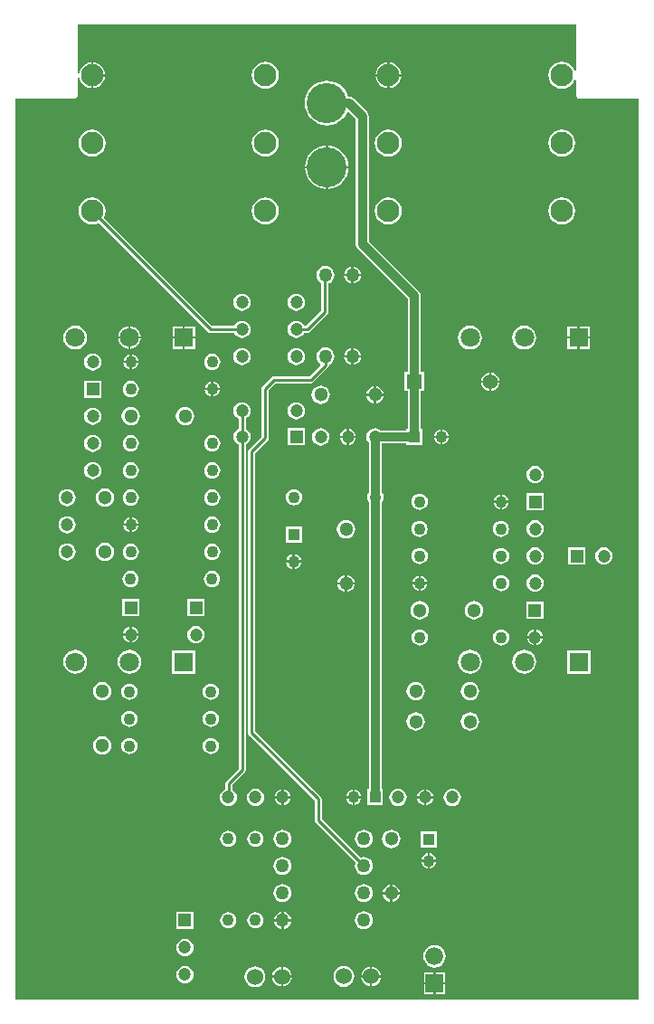
<source format=gtl>
G04*
G04 #@! TF.GenerationSoftware,Altium Limited,Altium Designer,19.0.9 (268)*
G04*
G04 Layer_Physical_Order=1*
G04 Layer_Color=255*
%FSLAX25Y25*%
%MOIN*%
G70*
G01*
G75*
%ADD11C,0.01000*%
%ADD36C,0.03200*%
%ADD37R,0.04724X0.04724*%
%ADD38C,0.04724*%
%ADD39C,0.04331*%
%ADD40R,0.04331X0.04331*%
%ADD41C,0.05118*%
%ADD42R,0.07087X0.07087*%
%ADD43C,0.07087*%
%ADD44C,0.08268*%
%ADD45C,0.14765*%
%ADD46R,0.04724X0.04724*%
%ADD47R,0.05512X0.05512*%
%ADD48C,0.05512*%
%ADD49R,0.04331X0.04331*%
%ADD50C,0.06000*%
%ADD51C,0.06600*%
%ADD52R,0.06600X0.06600*%
%ADD53C,0.04725*%
%ADD54C,0.05000*%
%ADD55C,0.03000*%
G36*
X207971Y343838D02*
X207471Y343739D01*
X207119Y344588D01*
X206328Y345619D01*
X205297Y346410D01*
X204097Y346907D01*
X202809Y347077D01*
X201521Y346907D01*
X200321Y346410D01*
X199290Y345619D01*
X198499Y344588D01*
X198002Y343388D01*
X197832Y342100D01*
X198002Y340812D01*
X198499Y339612D01*
X199290Y338581D01*
X200321Y337790D01*
X201521Y337293D01*
X202809Y337123D01*
X204097Y337293D01*
X205297Y337790D01*
X206328Y338581D01*
X207119Y339612D01*
X207471Y340461D01*
X207971Y340362D01*
Y335000D01*
X208087Y334415D01*
X208419Y333919D01*
X208915Y333587D01*
X209500Y333471D01*
X230971D01*
Y1529D01*
X1529D01*
Y333471D01*
X23000D01*
X23585Y333587D01*
X24081Y333919D01*
X24413Y334415D01*
X24529Y335000D01*
Y341215D01*
X25029Y341248D01*
X25080Y340864D01*
X25557Y339713D01*
X26316Y338724D01*
X27305Y337965D01*
X28456Y337488D01*
X29292Y337378D01*
Y342100D01*
Y346822D01*
X28456Y346712D01*
X27305Y346235D01*
X26316Y345476D01*
X25557Y344487D01*
X25080Y343336D01*
X25029Y342952D01*
X24529Y342985D01*
Y360971D01*
X207971D01*
Y343838D01*
D02*
G37*
%LPC*%
G36*
X139311Y346822D02*
Y342500D01*
X143633D01*
X143523Y343336D01*
X143046Y344487D01*
X142287Y345476D01*
X141298Y346235D01*
X140147Y346712D01*
X139311Y346822D01*
D02*
G37*
G36*
X30092D02*
Y342500D01*
X34414D01*
X34304Y343336D01*
X33827Y344487D01*
X33068Y345476D01*
X32079Y346235D01*
X30928Y346712D01*
X30092Y346822D01*
D02*
G37*
G36*
X138511D02*
X137675Y346712D01*
X136524Y346235D01*
X135535Y345476D01*
X134776Y344487D01*
X134299Y343336D01*
X134189Y342500D01*
X138511D01*
Y346822D01*
D02*
G37*
G36*
X143633Y341700D02*
X139311D01*
Y337378D01*
X140147Y337488D01*
X141298Y337965D01*
X142287Y338724D01*
X143046Y339713D01*
X143523Y340864D01*
X143633Y341700D01*
D02*
G37*
G36*
X34414D02*
X30092D01*
Y337378D01*
X30928Y337488D01*
X32079Y337965D01*
X33068Y338724D01*
X33827Y339713D01*
X34304Y340864D01*
X34414Y341700D01*
D02*
G37*
G36*
X138511D02*
X134189D01*
X134299Y340864D01*
X134776Y339713D01*
X135535Y338724D01*
X136524Y337965D01*
X137675Y337488D01*
X138511Y337378D01*
Y341700D01*
D02*
G37*
G36*
X93590Y347077D02*
X92302Y346907D01*
X91102Y346410D01*
X90071Y345619D01*
X89280Y344588D01*
X88783Y343388D01*
X88613Y342100D01*
X88783Y340812D01*
X89280Y339612D01*
X90071Y338581D01*
X91102Y337790D01*
X92302Y337293D01*
X93590Y337123D01*
X94878Y337293D01*
X96078Y337790D01*
X97109Y338581D01*
X97900Y339612D01*
X98397Y340812D01*
X98567Y342100D01*
X98397Y343388D01*
X97900Y344588D01*
X97109Y345619D01*
X96078Y346410D01*
X94878Y346907D01*
X93590Y347077D01*
D02*
G37*
G36*
X202809Y322077D02*
X201521Y321907D01*
X200321Y321410D01*
X199290Y320619D01*
X198499Y319588D01*
X198002Y318388D01*
X197832Y317100D01*
X198002Y315812D01*
X198499Y314612D01*
X199290Y313581D01*
X200321Y312790D01*
X201521Y312293D01*
X202809Y312123D01*
X204097Y312293D01*
X205297Y312790D01*
X206328Y313581D01*
X207119Y314612D01*
X207616Y315812D01*
X207786Y317100D01*
X207616Y318388D01*
X207119Y319588D01*
X206328Y320619D01*
X205297Y321410D01*
X204097Y321907D01*
X202809Y322077D01*
D02*
G37*
G36*
X138911D02*
X137623Y321907D01*
X136423Y321410D01*
X135392Y320619D01*
X134601Y319588D01*
X134104Y318388D01*
X133934Y317100D01*
X134104Y315812D01*
X134601Y314612D01*
X135392Y313581D01*
X136423Y312790D01*
X137623Y312293D01*
X138911Y312123D01*
X140199Y312293D01*
X141399Y312790D01*
X142430Y313581D01*
X143221Y314612D01*
X143718Y315812D01*
X143888Y317100D01*
X143718Y318388D01*
X143221Y319588D01*
X142430Y320619D01*
X141399Y321410D01*
X140199Y321907D01*
X138911Y322077D01*
D02*
G37*
G36*
X93590D02*
X92302Y321907D01*
X91102Y321410D01*
X90071Y320619D01*
X89280Y319588D01*
X88783Y318388D01*
X88613Y317100D01*
X88783Y315812D01*
X89280Y314612D01*
X90071Y313581D01*
X91102Y312790D01*
X92302Y312293D01*
X93590Y312123D01*
X94878Y312293D01*
X96078Y312790D01*
X97109Y313581D01*
X97900Y314612D01*
X98397Y315812D01*
X98567Y317100D01*
X98397Y318388D01*
X97900Y319588D01*
X97109Y320619D01*
X96078Y321410D01*
X94878Y321907D01*
X93590Y322077D01*
D02*
G37*
G36*
X29692D02*
X28404Y321907D01*
X27204Y321410D01*
X26173Y320619D01*
X25382Y319588D01*
X24885Y318388D01*
X24715Y317100D01*
X24885Y315812D01*
X25382Y314612D01*
X26173Y313581D01*
X27204Y312790D01*
X28404Y312293D01*
X29692Y312123D01*
X30980Y312293D01*
X32180Y312790D01*
X33211Y313581D01*
X34002Y314612D01*
X34499Y315812D01*
X34669Y317100D01*
X34499Y318388D01*
X34002Y319588D01*
X33211Y320619D01*
X32180Y321410D01*
X30980Y321907D01*
X29692Y322077D01*
D02*
G37*
G36*
X116650Y316260D02*
Y308678D01*
X124232D01*
X124117Y309843D01*
X123660Y311347D01*
X122919Y312734D01*
X121922Y313950D01*
X120706Y314947D01*
X119319Y315688D01*
X117815Y316145D01*
X116650Y316260D01*
D02*
G37*
G36*
X115850D02*
X114685Y316145D01*
X113180Y315688D01*
X111794Y314947D01*
X110578Y313950D01*
X109581Y312734D01*
X108840Y311347D01*
X108383Y309843D01*
X108268Y308678D01*
X115850D01*
Y316260D01*
D02*
G37*
G36*
X124232Y307878D02*
X116650D01*
Y300296D01*
X117815Y300411D01*
X119319Y300868D01*
X120706Y301609D01*
X121922Y302606D01*
X122919Y303822D01*
X123660Y305209D01*
X124117Y306713D01*
X124232Y307878D01*
D02*
G37*
G36*
X115850D02*
X108268D01*
X108383Y306713D01*
X108840Y305209D01*
X109581Y303822D01*
X110578Y302606D01*
X111794Y301609D01*
X113180Y300868D01*
X114685Y300411D01*
X115850Y300296D01*
Y307878D01*
D02*
G37*
G36*
X202809Y297077D02*
X201521Y296907D01*
X200321Y296410D01*
X199290Y295619D01*
X198499Y294588D01*
X198002Y293388D01*
X197832Y292100D01*
X198002Y290812D01*
X198499Y289612D01*
X199290Y288581D01*
X200321Y287790D01*
X201521Y287293D01*
X202809Y287123D01*
X204097Y287293D01*
X205297Y287790D01*
X206328Y288581D01*
X207119Y289612D01*
X207616Y290812D01*
X207786Y292100D01*
X207616Y293388D01*
X207119Y294588D01*
X206328Y295619D01*
X205297Y296410D01*
X204097Y296907D01*
X202809Y297077D01*
D02*
G37*
G36*
X138911D02*
X137623Y296907D01*
X136423Y296410D01*
X135392Y295619D01*
X134601Y294588D01*
X134104Y293388D01*
X133934Y292100D01*
X134104Y290812D01*
X134601Y289612D01*
X135392Y288581D01*
X136423Y287790D01*
X137623Y287293D01*
X138911Y287123D01*
X140199Y287293D01*
X141399Y287790D01*
X142430Y288581D01*
X143221Y289612D01*
X143718Y290812D01*
X143888Y292100D01*
X143718Y293388D01*
X143221Y294588D01*
X142430Y295619D01*
X141399Y296410D01*
X140199Y296907D01*
X138911Y297077D01*
D02*
G37*
G36*
X93590D02*
X92302Y296907D01*
X91102Y296410D01*
X90071Y295619D01*
X89280Y294588D01*
X88783Y293388D01*
X88613Y292100D01*
X88783Y290812D01*
X89280Y289612D01*
X90071Y288581D01*
X91102Y287790D01*
X92302Y287293D01*
X93590Y287123D01*
X94878Y287293D01*
X96078Y287790D01*
X97109Y288581D01*
X97900Y289612D01*
X98397Y290812D01*
X98567Y292100D01*
X98397Y293388D01*
X97900Y294588D01*
X97109Y295619D01*
X96078Y296410D01*
X94878Y296907D01*
X93590Y297077D01*
D02*
G37*
G36*
X126075Y271574D02*
Y268900D01*
X128749D01*
X128695Y269309D01*
X128382Y270063D01*
X127885Y270711D01*
X127238Y271208D01*
X126484Y271520D01*
X126075Y271574D01*
D02*
G37*
G36*
X125275D02*
X124865Y271520D01*
X124111Y271208D01*
X123464Y270711D01*
X122967Y270063D01*
X122654Y269309D01*
X122600Y268900D01*
X125275D01*
Y271574D01*
D02*
G37*
G36*
X128749Y268100D02*
X126075D01*
Y265426D01*
X126484Y265480D01*
X127238Y265792D01*
X127885Y266289D01*
X128382Y266937D01*
X128695Y267691D01*
X128749Y268100D01*
D02*
G37*
G36*
X125275D02*
X122600D01*
X122654Y267691D01*
X122967Y266937D01*
X123464Y266289D01*
X124111Y265792D01*
X124865Y265480D01*
X125275Y265426D01*
Y268100D01*
D02*
G37*
G36*
X105000Y261690D02*
X104174Y261581D01*
X103405Y261262D01*
X102744Y260755D01*
X102238Y260095D01*
X101919Y259326D01*
X101810Y258500D01*
X101919Y257674D01*
X102238Y256905D01*
X102744Y256244D01*
X103405Y255738D01*
X104174Y255419D01*
X105000Y255310D01*
X105826Y255419D01*
X106595Y255738D01*
X107255Y256244D01*
X107762Y256905D01*
X108081Y257674D01*
X108190Y258500D01*
X108081Y259326D01*
X107762Y260095D01*
X107255Y260755D01*
X106595Y261262D01*
X105826Y261581D01*
X105000Y261690D01*
D02*
G37*
G36*
X85000D02*
X84174Y261581D01*
X83405Y261262D01*
X82744Y260755D01*
X82238Y260095D01*
X81919Y259326D01*
X81810Y258500D01*
X81919Y257674D01*
X82238Y256905D01*
X82744Y256244D01*
X83405Y255738D01*
X84174Y255419D01*
X85000Y255310D01*
X85826Y255419D01*
X86595Y255738D01*
X87256Y256244D01*
X87762Y256905D01*
X88081Y257674D01*
X88190Y258500D01*
X88081Y259326D01*
X87762Y260095D01*
X87256Y260755D01*
X86595Y261262D01*
X85826Y261581D01*
X85000Y261690D01*
D02*
G37*
G36*
X115674Y271829D02*
X114813Y271715D01*
X114010Y271382D01*
X113321Y270854D01*
X112792Y270164D01*
X112460Y269361D01*
X112346Y268500D01*
X112460Y267638D01*
X112792Y266836D01*
X113321Y266146D01*
X114010Y265617D01*
X114174Y265549D01*
Y255549D01*
X108451Y249826D01*
X107874D01*
X107762Y250095D01*
X107255Y250756D01*
X106595Y251262D01*
X105826Y251581D01*
X105000Y251690D01*
X104174Y251581D01*
X103405Y251262D01*
X102744Y250756D01*
X102238Y250095D01*
X101919Y249326D01*
X101810Y248500D01*
X101919Y247674D01*
X102238Y246905D01*
X102744Y246245D01*
X103405Y245738D01*
X104174Y245419D01*
X105000Y245310D01*
X105826Y245419D01*
X106595Y245738D01*
X107255Y246245D01*
X107762Y246905D01*
X107874Y247175D01*
X109000D01*
X109507Y247275D01*
X109937Y247563D01*
X116437Y254063D01*
X116725Y254493D01*
X116825Y255000D01*
Y265405D01*
X117339Y265617D01*
X118028Y266146D01*
X118557Y266836D01*
X118890Y267638D01*
X119003Y268500D01*
X118890Y269361D01*
X118557Y270164D01*
X118028Y270854D01*
X117339Y271382D01*
X116536Y271715D01*
X115674Y271829D01*
D02*
G37*
G36*
X213143Y249643D02*
X209400D01*
Y245900D01*
X213143D01*
Y249643D01*
D02*
G37*
G36*
X208600D02*
X204856D01*
Y245900D01*
X208600D01*
Y249643D01*
D02*
G37*
G36*
X67643D02*
X63900D01*
Y245900D01*
X67643D01*
Y249643D01*
D02*
G37*
G36*
X63100D02*
X59356D01*
Y245900D01*
X63100D01*
Y249643D01*
D02*
G37*
G36*
X43900Y249627D02*
Y245900D01*
X47627D01*
X47537Y246582D01*
X47119Y247590D01*
X46455Y248455D01*
X45590Y249119D01*
X44582Y249537D01*
X43900Y249627D01*
D02*
G37*
G36*
X43100D02*
X42418Y249537D01*
X41410Y249119D01*
X40545Y248455D01*
X39881Y247590D01*
X39463Y246582D01*
X39373Y245900D01*
X43100D01*
Y249627D01*
D02*
G37*
G36*
X29692Y297077D02*
X28404Y296907D01*
X27204Y296410D01*
X26173Y295619D01*
X25382Y294588D01*
X24885Y293388D01*
X24715Y292100D01*
X24885Y290812D01*
X25382Y289612D01*
X26173Y288581D01*
X27204Y287790D01*
X28404Y287293D01*
X29692Y287123D01*
X30980Y287293D01*
X32143Y287775D01*
X72355Y247563D01*
X72785Y247275D01*
X73292Y247175D01*
X82126D01*
X82238Y246905D01*
X82744Y246245D01*
X83405Y245738D01*
X84174Y245419D01*
X85000Y245310D01*
X85826Y245419D01*
X86595Y245738D01*
X87256Y246245D01*
X87762Y246905D01*
X88081Y247674D01*
X88190Y248500D01*
X88081Y249326D01*
X87762Y250095D01*
X87256Y250756D01*
X86595Y251262D01*
X85826Y251581D01*
X85000Y251690D01*
X84174Y251581D01*
X83405Y251262D01*
X82744Y250756D01*
X82238Y250095D01*
X82126Y249826D01*
X73841D01*
X34017Y289649D01*
X34499Y290812D01*
X34669Y292100D01*
X34499Y293388D01*
X34002Y294588D01*
X33211Y295619D01*
X32180Y296410D01*
X30980Y296907D01*
X29692Y297077D01*
D02*
G37*
G36*
X47627Y245100D02*
X43900D01*
Y241373D01*
X44582Y241463D01*
X45590Y241881D01*
X46455Y242545D01*
X47119Y243410D01*
X47537Y244418D01*
X47627Y245100D01*
D02*
G37*
G36*
X43100D02*
X39373D01*
X39463Y244418D01*
X39881Y243410D01*
X40545Y242545D01*
X41410Y241881D01*
X42418Y241463D01*
X43100Y241373D01*
Y245100D01*
D02*
G37*
G36*
X213143D02*
X209400D01*
Y241356D01*
X213143D01*
Y245100D01*
D02*
G37*
G36*
X208600D02*
X204856D01*
Y241356D01*
X208600D01*
Y245100D01*
D02*
G37*
G36*
X67643D02*
X63900D01*
Y241356D01*
X67643D01*
Y245100D01*
D02*
G37*
G36*
X63100D02*
X59356D01*
Y241356D01*
X63100D01*
Y245100D01*
D02*
G37*
G36*
X189000Y249881D02*
X187866Y249732D01*
X186810Y249294D01*
X185902Y248598D01*
X185206Y247691D01*
X184768Y246634D01*
X184619Y245500D01*
X184768Y244366D01*
X185206Y243309D01*
X185902Y242402D01*
X186810Y241706D01*
X187866Y241268D01*
X189000Y241119D01*
X190134Y241268D01*
X191191Y241706D01*
X192098Y242402D01*
X192794Y243309D01*
X193232Y244366D01*
X193381Y245500D01*
X193232Y246634D01*
X192794Y247691D01*
X192098Y248598D01*
X191191Y249294D01*
X190134Y249732D01*
X189000Y249881D01*
D02*
G37*
G36*
X169000D02*
X167866Y249732D01*
X166809Y249294D01*
X165902Y248598D01*
X165206Y247691D01*
X164768Y246634D01*
X164619Y245500D01*
X164768Y244366D01*
X165206Y243309D01*
X165902Y242402D01*
X166809Y241706D01*
X167866Y241268D01*
X169000Y241119D01*
X170134Y241268D01*
X171191Y241706D01*
X172098Y242402D01*
X172794Y243309D01*
X173232Y244366D01*
X173381Y245500D01*
X173232Y246634D01*
X172794Y247691D01*
X172098Y248598D01*
X171191Y249294D01*
X170134Y249732D01*
X169000Y249881D01*
D02*
G37*
G36*
X23500D02*
X22366Y249732D01*
X21309Y249294D01*
X20402Y248598D01*
X19706Y247691D01*
X19268Y246634D01*
X19119Y245500D01*
X19268Y244366D01*
X19706Y243309D01*
X20402Y242402D01*
X21309Y241706D01*
X22366Y241268D01*
X23500Y241119D01*
X24634Y241268D01*
X25690Y241706D01*
X26598Y242402D01*
X27294Y243309D01*
X27732Y244366D01*
X27881Y245500D01*
X27732Y246634D01*
X27294Y247691D01*
X26598Y248598D01*
X25690Y249294D01*
X24634Y249732D01*
X23500Y249881D01*
D02*
G37*
G36*
X126075Y241574D02*
Y238900D01*
X128749D01*
X128695Y239309D01*
X128382Y240063D01*
X127885Y240711D01*
X127238Y241208D01*
X126484Y241520D01*
X126075Y241574D01*
D02*
G37*
G36*
X125275D02*
X124865Y241520D01*
X124111Y241208D01*
X123464Y240711D01*
X122967Y240063D01*
X122654Y239309D01*
X122600Y238900D01*
X125275D01*
Y241574D01*
D02*
G37*
G36*
X44400Y239237D02*
Y236900D01*
X46737D01*
X46694Y237222D01*
X46416Y237895D01*
X45972Y238472D01*
X45395Y238916D01*
X44722Y239194D01*
X44400Y239237D01*
D02*
G37*
G36*
X43600D02*
X43278Y239194D01*
X42605Y238916D01*
X42028Y238472D01*
X41584Y237895D01*
X41306Y237222D01*
X41263Y236900D01*
X43600D01*
Y239237D01*
D02*
G37*
G36*
X128749Y238100D02*
X126075D01*
Y235426D01*
X126484Y235480D01*
X127238Y235792D01*
X127885Y236289D01*
X128382Y236937D01*
X128695Y237691D01*
X128749Y238100D01*
D02*
G37*
G36*
X125275D02*
X122600D01*
X122654Y237691D01*
X122967Y236937D01*
X123464Y236289D01*
X124111Y235792D01*
X124865Y235480D01*
X125275Y235426D01*
Y238100D01*
D02*
G37*
G36*
X105000Y241690D02*
X104174Y241581D01*
X103405Y241262D01*
X102744Y240756D01*
X102238Y240095D01*
X101919Y239326D01*
X101810Y238500D01*
X101919Y237674D01*
X102238Y236905D01*
X102744Y236245D01*
X103405Y235738D01*
X104174Y235419D01*
X105000Y235310D01*
X105826Y235419D01*
X106595Y235738D01*
X107255Y236245D01*
X107762Y236905D01*
X108081Y237674D01*
X108190Y238500D01*
X108081Y239326D01*
X107762Y240095D01*
X107255Y240756D01*
X106595Y241262D01*
X105826Y241581D01*
X105000Y241690D01*
D02*
G37*
G36*
X85000D02*
X84174Y241581D01*
X83405Y241262D01*
X82744Y240756D01*
X82238Y240095D01*
X81919Y239326D01*
X81810Y238500D01*
X81919Y237674D01*
X82238Y236905D01*
X82744Y236245D01*
X83405Y235738D01*
X84174Y235419D01*
X85000Y235310D01*
X85826Y235419D01*
X86595Y235738D01*
X87256Y236245D01*
X87762Y236905D01*
X88081Y237674D01*
X88190Y238500D01*
X88081Y239326D01*
X87762Y240095D01*
X87256Y240756D01*
X86595Y241262D01*
X85826Y241581D01*
X85000Y241690D01*
D02*
G37*
G36*
X46737Y236100D02*
X44400D01*
Y233763D01*
X44722Y233806D01*
X45395Y234084D01*
X45972Y234528D01*
X46416Y235105D01*
X46694Y235778D01*
X46737Y236100D01*
D02*
G37*
G36*
X43600D02*
X41263D01*
X41306Y235778D01*
X41584Y235105D01*
X42028Y234528D01*
X42605Y234084D01*
X43278Y233806D01*
X43600Y233763D01*
Y236100D01*
D02*
G37*
G36*
X74000Y239491D02*
X73226Y239389D01*
X72505Y239090D01*
X71885Y238615D01*
X71410Y237996D01*
X71111Y237274D01*
X71009Y236500D01*
X71111Y235726D01*
X71410Y235004D01*
X71885Y234385D01*
X72505Y233910D01*
X73226Y233611D01*
X74000Y233509D01*
X74774Y233611D01*
X75495Y233910D01*
X76115Y234385D01*
X76590Y235004D01*
X76889Y235726D01*
X76991Y236500D01*
X76889Y237274D01*
X76590Y237996D01*
X76115Y238615D01*
X75495Y239090D01*
X74774Y239389D01*
X74000Y239491D01*
D02*
G37*
G36*
X30000Y239689D02*
X29175Y239581D01*
X28405Y239262D01*
X27745Y238755D01*
X27238Y238095D01*
X26919Y237326D01*
X26811Y236500D01*
X26919Y235675D01*
X27238Y234905D01*
X27745Y234245D01*
X28405Y233738D01*
X29175Y233419D01*
X30000Y233311D01*
X30825Y233419D01*
X31595Y233738D01*
X32255Y234245D01*
X32762Y234905D01*
X33081Y235675D01*
X33189Y236500D01*
X33081Y237326D01*
X32762Y238095D01*
X32255Y238755D01*
X31595Y239262D01*
X30825Y239581D01*
X30000Y239689D01*
D02*
G37*
G36*
X176900Y232617D02*
Y229685D01*
X179832D01*
X179770Y230161D01*
X179431Y230977D01*
X178893Y231678D01*
X178192Y232216D01*
X177376Y232555D01*
X176900Y232617D01*
D02*
G37*
G36*
X176100D02*
X175624Y232555D01*
X174808Y232216D01*
X174107Y231678D01*
X173568Y230977D01*
X173230Y230161D01*
X173168Y229685D01*
X176100D01*
Y232617D01*
D02*
G37*
G36*
X74400Y229237D02*
Y226900D01*
X76737D01*
X76694Y227222D01*
X76416Y227895D01*
X75972Y228472D01*
X75395Y228916D01*
X74722Y229194D01*
X74400Y229237D01*
D02*
G37*
G36*
X73600D02*
X73278Y229194D01*
X72605Y228916D01*
X72028Y228472D01*
X71584Y227895D01*
X71306Y227222D01*
X71263Y226900D01*
X73600D01*
Y229237D01*
D02*
G37*
G36*
X179832Y228885D02*
X176900D01*
Y225953D01*
X177376Y226015D01*
X178192Y226353D01*
X178893Y226891D01*
X179431Y227592D01*
X179770Y228409D01*
X179832Y228885D01*
D02*
G37*
G36*
X176100D02*
X173168D01*
X173230Y228409D01*
X173568Y227592D01*
X174107Y226891D01*
X174808Y226353D01*
X175624Y226015D01*
X176100Y225953D01*
Y228885D01*
D02*
G37*
G36*
X134411Y227534D02*
Y224800D01*
X137145D01*
X137089Y225225D01*
X136770Y225993D01*
X136264Y226653D01*
X135604Y227159D01*
X134836Y227478D01*
X134411Y227534D01*
D02*
G37*
G36*
X133611D02*
X133186Y227478D01*
X132418Y227159D01*
X131758Y226653D01*
X131252Y225993D01*
X130933Y225225D01*
X130877Y224800D01*
X133611D01*
Y227534D01*
D02*
G37*
G36*
X76737Y226100D02*
X74400D01*
Y223763D01*
X74722Y223806D01*
X75395Y224084D01*
X75972Y224528D01*
X76416Y225105D01*
X76694Y225778D01*
X76737Y226100D01*
D02*
G37*
G36*
X73600D02*
X71263D01*
X71306Y225778D01*
X71584Y225105D01*
X72028Y224528D01*
X72605Y224084D01*
X73278Y223806D01*
X73600Y223763D01*
Y226100D01*
D02*
G37*
G36*
X44000Y229491D02*
X43226Y229389D01*
X42505Y229090D01*
X41885Y228615D01*
X41410Y227995D01*
X41111Y227274D01*
X41009Y226500D01*
X41111Y225726D01*
X41410Y225005D01*
X41885Y224385D01*
X42505Y223910D01*
X43226Y223611D01*
X44000Y223509D01*
X44774Y223611D01*
X45496Y223910D01*
X46115Y224385D01*
X46590Y225005D01*
X46889Y225726D01*
X46991Y226500D01*
X46889Y227274D01*
X46590Y227995D01*
X46115Y228615D01*
X45496Y229090D01*
X44774Y229389D01*
X44000Y229491D01*
D02*
G37*
G36*
X33162Y229662D02*
X26838D01*
Y223338D01*
X33162D01*
Y229662D01*
D02*
G37*
G36*
X137145Y224000D02*
X134411D01*
Y221266D01*
X134836Y221322D01*
X135604Y221641D01*
X136264Y222147D01*
X136770Y222807D01*
X137089Y223575D01*
X137145Y224000D01*
D02*
G37*
G36*
X133611D02*
X130877D01*
X130933Y223575D01*
X131252Y222807D01*
X131758Y222147D01*
X132418Y221641D01*
X133186Y221322D01*
X133611Y221266D01*
Y224000D01*
D02*
G37*
G36*
X114011Y227788D02*
X113134Y227673D01*
X112317Y227334D01*
X111615Y226796D01*
X111077Y226094D01*
X110738Y225277D01*
X110623Y224400D01*
X110738Y223523D01*
X111077Y222706D01*
X111615Y222004D01*
X112317Y221466D01*
X113134Y221128D01*
X114011Y221012D01*
X114888Y221128D01*
X115705Y221466D01*
X116407Y222004D01*
X116945Y222706D01*
X117283Y223523D01*
X117399Y224400D01*
X117283Y225277D01*
X116945Y226094D01*
X116407Y226796D01*
X115705Y227334D01*
X114888Y227673D01*
X114011Y227788D01*
D02*
G37*
G36*
X105000Y221690D02*
X104174Y221581D01*
X103405Y221262D01*
X102744Y220756D01*
X102238Y220095D01*
X101919Y219326D01*
X101810Y218500D01*
X101919Y217674D01*
X102238Y216905D01*
X102744Y216245D01*
X103405Y215738D01*
X104174Y215419D01*
X105000Y215310D01*
X105826Y215419D01*
X106595Y215738D01*
X107255Y216245D01*
X107762Y216905D01*
X108081Y217674D01*
X108190Y218500D01*
X108081Y219326D01*
X107762Y220095D01*
X107255Y220756D01*
X106595Y221262D01*
X105826Y221581D01*
X105000Y221690D01*
D02*
G37*
G36*
X30000Y219689D02*
X29175Y219581D01*
X28405Y219262D01*
X27745Y218755D01*
X27238Y218095D01*
X26919Y217325D01*
X26811Y216500D01*
X26919Y215674D01*
X27238Y214905D01*
X27745Y214245D01*
X28405Y213738D01*
X29175Y213419D01*
X30000Y213311D01*
X30825Y213419D01*
X31595Y213738D01*
X32255Y214245D01*
X32762Y214905D01*
X33081Y215674D01*
X33189Y216500D01*
X33081Y217325D01*
X32762Y218095D01*
X32255Y218755D01*
X31595Y219262D01*
X30825Y219581D01*
X30000Y219689D01*
D02*
G37*
G36*
X64000Y219888D02*
X63123Y219773D01*
X62306Y219434D01*
X61604Y218896D01*
X61066Y218194D01*
X60728Y217377D01*
X60612Y216500D01*
X60728Y215623D01*
X61066Y214806D01*
X61604Y214104D01*
X62306Y213566D01*
X63123Y213228D01*
X64000Y213112D01*
X64877Y213228D01*
X65694Y213566D01*
X66396Y214104D01*
X66934Y214806D01*
X67273Y215623D01*
X67388Y216500D01*
X67273Y217377D01*
X66934Y218194D01*
X66396Y218896D01*
X65694Y219434D01*
X64877Y219773D01*
X64000Y219888D01*
D02*
G37*
G36*
X44000D02*
X43123Y219773D01*
X42306Y219434D01*
X41604Y218896D01*
X41066Y218194D01*
X40727Y217377D01*
X40612Y216500D01*
X40727Y215623D01*
X41066Y214806D01*
X41604Y214104D01*
X42306Y213566D01*
X43123Y213228D01*
X44000Y213112D01*
X44877Y213228D01*
X45694Y213566D01*
X46396Y214104D01*
X46934Y214806D01*
X47273Y215623D01*
X47388Y216500D01*
X47273Y217377D01*
X46934Y218194D01*
X46396Y218896D01*
X45694Y219434D01*
X44877Y219773D01*
X44000Y219888D01*
D02*
G37*
G36*
X116250Y340122D02*
X114646Y339964D01*
X113104Y339496D01*
X111682Y338736D01*
X110436Y337714D01*
X109414Y336468D01*
X108654Y335046D01*
X108186Y333504D01*
X108028Y331900D01*
X108186Y330296D01*
X108654Y328754D01*
X109414Y327332D01*
X110436Y326086D01*
X111682Y325064D01*
X113104Y324304D01*
X114646Y323836D01*
X116250Y323678D01*
X117854Y323836D01*
X119396Y324304D01*
X120818Y325064D01*
X122064Y326086D01*
X123086Y327332D01*
X123708Y328496D01*
X124296Y328615D01*
X126903Y326008D01*
Y279970D01*
X127089Y279033D01*
X127620Y278239D01*
X146053Y259806D01*
Y232841D01*
X144944D01*
Y225729D01*
X146053D01*
Y211840D01*
X145535D01*
Y211343D01*
X135994D01*
X135584Y211658D01*
X134815Y211976D01*
X133989Y212085D01*
X133164Y211976D01*
X132395Y211658D01*
X131734Y211151D01*
X131227Y210490D01*
X130909Y209721D01*
X130800Y208896D01*
X130909Y208070D01*
X131227Y207301D01*
X131648Y206753D01*
Y188284D01*
X131504Y188098D01*
X131206Y187376D01*
X131104Y186602D01*
X131206Y185828D01*
X131504Y185106D01*
X131648Y184920D01*
Y79066D01*
X131024D01*
Y73134D01*
X136955D01*
Y79066D01*
X136542D01*
Y184920D01*
X136685Y185106D01*
X136984Y185828D01*
X137086Y186602D01*
X136984Y187376D01*
X136685Y188098D01*
X136542Y188284D01*
Y206449D01*
X145535D01*
Y205909D01*
X151465D01*
Y211840D01*
X150947D01*
Y225729D01*
X152056D01*
Y232841D01*
X150947D01*
Y260820D01*
X150761Y261756D01*
X150230Y262550D01*
X131797Y280983D01*
Y327022D01*
X131611Y327958D01*
X131080Y328752D01*
X126202Y333630D01*
X125408Y334161D01*
X124472Y334347D01*
X124058D01*
X123846Y335046D01*
X123086Y336468D01*
X122064Y337714D01*
X120818Y338736D01*
X119396Y339496D01*
X117854Y339964D01*
X116250Y340122D01*
D02*
G37*
G36*
X124389Y211831D02*
Y209296D01*
X126924D01*
X126875Y209669D01*
X126577Y210389D01*
X126102Y211008D01*
X125483Y211483D01*
X124762Y211781D01*
X124389Y211831D01*
D02*
G37*
G36*
X123589D02*
X123216Y211781D01*
X122495Y211483D01*
X121877Y211008D01*
X121402Y210389D01*
X121104Y209669D01*
X121054Y209296D01*
X123589D01*
Y211831D01*
D02*
G37*
G36*
X158900Y211611D02*
Y209275D01*
X161237D01*
X161194Y209596D01*
X160916Y210269D01*
X160472Y210847D01*
X159895Y211290D01*
X159222Y211569D01*
X158900Y211611D01*
D02*
G37*
G36*
X158100D02*
X157778Y211569D01*
X157105Y211290D01*
X156528Y210847D01*
X156084Y210269D01*
X155806Y209596D01*
X155763Y209275D01*
X158100D01*
Y211611D01*
D02*
G37*
G36*
X161237Y208474D02*
X158900D01*
Y206138D01*
X159222Y206180D01*
X159895Y206459D01*
X160472Y206902D01*
X160916Y207480D01*
X161194Y208153D01*
X161237Y208474D01*
D02*
G37*
G36*
X158100D02*
X155763D01*
X155806Y208153D01*
X156084Y207480D01*
X156528Y206902D01*
X157105Y206459D01*
X157778Y206180D01*
X158100Y206138D01*
Y208474D01*
D02*
G37*
G36*
X126924Y208496D02*
X124389D01*
Y205961D01*
X124762Y206010D01*
X125483Y206308D01*
X126102Y206783D01*
X126577Y207402D01*
X126875Y208122D01*
X126924Y208496D01*
D02*
G37*
G36*
X123589D02*
X121054D01*
X121104Y208122D01*
X121402Y207402D01*
X121877Y206783D01*
X122495Y206308D01*
X123216Y206010D01*
X123589Y205961D01*
Y208496D01*
D02*
G37*
G36*
X108162Y212162D02*
X101838D01*
Y205838D01*
X108162D01*
Y212162D01*
D02*
G37*
G36*
X113989Y212085D02*
X113164Y211976D01*
X112395Y211658D01*
X111734Y211151D01*
X111227Y210490D01*
X110909Y209721D01*
X110800Y208896D01*
X110909Y208070D01*
X111227Y207301D01*
X111734Y206641D01*
X112395Y206134D01*
X113164Y205815D01*
X113989Y205706D01*
X114815Y205815D01*
X115584Y206134D01*
X116244Y206641D01*
X116751Y207301D01*
X117070Y208070D01*
X117179Y208896D01*
X117070Y209721D01*
X116751Y210490D01*
X116244Y211151D01*
X115584Y211658D01*
X114815Y211976D01*
X113989Y212085D01*
D02*
G37*
G36*
X74000Y209512D02*
X73226Y209410D01*
X72505Y209111D01*
X71885Y208636D01*
X71410Y208016D01*
X71111Y207295D01*
X71009Y206521D01*
X71111Y205747D01*
X71410Y205026D01*
X71885Y204406D01*
X72505Y203931D01*
X73226Y203632D01*
X74000Y203530D01*
X74774Y203632D01*
X75495Y203931D01*
X76115Y204406D01*
X76590Y205026D01*
X76889Y205747D01*
X76991Y206521D01*
X76889Y207295D01*
X76590Y208016D01*
X76115Y208636D01*
X75495Y209111D01*
X74774Y209410D01*
X74000Y209512D01*
D02*
G37*
G36*
X44000D02*
X43226Y209410D01*
X42505Y209111D01*
X41885Y208636D01*
X41410Y208016D01*
X41111Y207295D01*
X41009Y206521D01*
X41111Y205747D01*
X41410Y205026D01*
X41885Y204406D01*
X42505Y203931D01*
X43226Y203632D01*
X44000Y203530D01*
X44774Y203632D01*
X45496Y203931D01*
X46115Y204406D01*
X46590Y205026D01*
X46889Y205747D01*
X46991Y206521D01*
X46889Y207295D01*
X46590Y208016D01*
X46115Y208636D01*
X45496Y209111D01*
X44774Y209410D01*
X44000Y209512D01*
D02*
G37*
G36*
X30000Y209689D02*
X29175Y209581D01*
X28405Y209262D01*
X27745Y208755D01*
X27238Y208095D01*
X26919Y207326D01*
X26811Y206500D01*
X26919Y205675D01*
X27238Y204905D01*
X27745Y204245D01*
X28405Y203738D01*
X29175Y203419D01*
X30000Y203311D01*
X30825Y203419D01*
X31595Y203738D01*
X32255Y204245D01*
X32762Y204905D01*
X33081Y205675D01*
X33189Y206500D01*
X33081Y207326D01*
X32762Y208095D01*
X32255Y208755D01*
X31595Y209262D01*
X30825Y209581D01*
X30000Y209689D01*
D02*
G37*
G36*
X74000Y199491D02*
X73226Y199389D01*
X72505Y199090D01*
X71885Y198615D01*
X71410Y197995D01*
X71111Y197274D01*
X71009Y196500D01*
X71111Y195726D01*
X71410Y195004D01*
X71885Y194385D01*
X72505Y193910D01*
X73226Y193611D01*
X74000Y193509D01*
X74774Y193611D01*
X75495Y193910D01*
X76115Y194385D01*
X76590Y195004D01*
X76889Y195726D01*
X76991Y196500D01*
X76889Y197274D01*
X76590Y197995D01*
X76115Y198615D01*
X75495Y199090D01*
X74774Y199389D01*
X74000Y199491D01*
D02*
G37*
G36*
X44000D02*
X43226Y199389D01*
X42505Y199090D01*
X41885Y198615D01*
X41410Y197995D01*
X41111Y197274D01*
X41009Y196500D01*
X41111Y195726D01*
X41410Y195004D01*
X41885Y194385D01*
X42505Y193910D01*
X43226Y193611D01*
X44000Y193509D01*
X44774Y193611D01*
X45496Y193910D01*
X46115Y194385D01*
X46590Y195004D01*
X46889Y195726D01*
X46991Y196500D01*
X46889Y197274D01*
X46590Y197995D01*
X46115Y198615D01*
X45496Y199090D01*
X44774Y199389D01*
X44000Y199491D01*
D02*
G37*
G36*
X30000Y199689D02*
X29175Y199581D01*
X28405Y199262D01*
X27745Y198755D01*
X27238Y198095D01*
X26919Y197326D01*
X26811Y196500D01*
X26919Y195675D01*
X27238Y194905D01*
X27745Y194245D01*
X28405Y193738D01*
X29175Y193419D01*
X30000Y193311D01*
X30825Y193419D01*
X31595Y193738D01*
X32255Y194245D01*
X32762Y194905D01*
X33081Y195675D01*
X33189Y196500D01*
X33081Y197326D01*
X32762Y198095D01*
X32255Y198755D01*
X31595Y199262D01*
X30825Y199581D01*
X30000Y199689D01*
D02*
G37*
G36*
X193000Y198189D02*
X192174Y198081D01*
X191405Y197762D01*
X190745Y197255D01*
X190238Y196595D01*
X189919Y195826D01*
X189811Y195000D01*
X189919Y194175D01*
X190238Y193405D01*
X190745Y192745D01*
X191405Y192238D01*
X192174Y191919D01*
X193000Y191811D01*
X193825Y191919D01*
X194595Y192238D01*
X195255Y192745D01*
X195762Y193405D01*
X196081Y194175D01*
X196189Y195000D01*
X196081Y195826D01*
X195762Y196595D01*
X195255Y197255D01*
X194595Y197762D01*
X193825Y198081D01*
X193000Y198189D01*
D02*
G37*
G36*
X180802Y187737D02*
Y185400D01*
X183139D01*
X183096Y185722D01*
X182818Y186395D01*
X182374Y186972D01*
X181797Y187416D01*
X181124Y187694D01*
X180802Y187737D01*
D02*
G37*
G36*
X180002D02*
X179680Y187694D01*
X179007Y187416D01*
X178430Y186972D01*
X177986Y186395D01*
X177708Y185722D01*
X177665Y185400D01*
X180002D01*
Y187737D01*
D02*
G37*
G36*
X104095Y189593D02*
X103321Y189491D01*
X102599Y189192D01*
X101980Y188717D01*
X101505Y188098D01*
X101206Y187376D01*
X101104Y186602D01*
X101206Y185828D01*
X101505Y185106D01*
X101980Y184487D01*
X102599Y184012D01*
X103321Y183713D01*
X104095Y183611D01*
X104869Y183713D01*
X105590Y184012D01*
X106210Y184487D01*
X106685Y185106D01*
X106984Y185828D01*
X107086Y186602D01*
X106984Y187376D01*
X106685Y188098D01*
X106210Y188717D01*
X105590Y189192D01*
X104869Y189491D01*
X104095Y189593D01*
D02*
G37*
G36*
X74000Y189491D02*
X73226Y189389D01*
X72505Y189090D01*
X71885Y188615D01*
X71410Y187996D01*
X71111Y187274D01*
X71009Y186500D01*
X71111Y185726D01*
X71410Y185004D01*
X71885Y184385D01*
X72505Y183910D01*
X73226Y183611D01*
X74000Y183509D01*
X74774Y183611D01*
X75495Y183910D01*
X76115Y184385D01*
X76590Y185004D01*
X76889Y185726D01*
X76991Y186500D01*
X76889Y187274D01*
X76590Y187996D01*
X76115Y188615D01*
X75495Y189090D01*
X74774Y189389D01*
X74000Y189491D01*
D02*
G37*
G36*
X44000D02*
X43226Y189389D01*
X42505Y189090D01*
X41885Y188615D01*
X41410Y187996D01*
X41111Y187274D01*
X41009Y186500D01*
X41111Y185726D01*
X41410Y185004D01*
X41885Y184385D01*
X42505Y183910D01*
X43226Y183611D01*
X44000Y183509D01*
X44774Y183611D01*
X45496Y183910D01*
X46115Y184385D01*
X46590Y185004D01*
X46889Y185726D01*
X46991Y186500D01*
X46889Y187274D01*
X46590Y187996D01*
X46115Y188615D01*
X45496Y189090D01*
X44774Y189389D01*
X44000Y189491D01*
D02*
G37*
G36*
X20500Y189689D02*
X19674Y189581D01*
X18905Y189262D01*
X18245Y188755D01*
X17738Y188095D01*
X17419Y187326D01*
X17311Y186500D01*
X17419Y185675D01*
X17738Y184905D01*
X18245Y184245D01*
X18905Y183738D01*
X19674Y183419D01*
X20500Y183311D01*
X21326Y183419D01*
X22095Y183738D01*
X22755Y184245D01*
X23262Y184905D01*
X23581Y185675D01*
X23689Y186500D01*
X23581Y187326D01*
X23262Y188095D01*
X22755Y188755D01*
X22095Y189262D01*
X21326Y189581D01*
X20500Y189689D01*
D02*
G37*
G36*
X34500Y189888D02*
X33623Y189772D01*
X32806Y189434D01*
X32104Y188896D01*
X31566Y188194D01*
X31227Y187377D01*
X31112Y186500D01*
X31227Y185623D01*
X31566Y184806D01*
X32104Y184104D01*
X32806Y183566D01*
X33623Y183228D01*
X34500Y183112D01*
X35377Y183228D01*
X36194Y183566D01*
X36896Y184104D01*
X37434Y184806D01*
X37773Y185623D01*
X37888Y186500D01*
X37773Y187377D01*
X37434Y188194D01*
X36896Y188896D01*
X36194Y189434D01*
X35377Y189772D01*
X34500Y189888D01*
D02*
G37*
G36*
X183139Y184600D02*
X180802D01*
Y182263D01*
X181124Y182306D01*
X181797Y182584D01*
X182374Y183028D01*
X182818Y183605D01*
X183096Y184278D01*
X183139Y184600D01*
D02*
G37*
G36*
X180002D02*
X177665D01*
X177708Y184278D01*
X177986Y183605D01*
X178430Y183028D01*
X179007Y182584D01*
X179680Y182306D01*
X180002Y182263D01*
Y184600D01*
D02*
G37*
G36*
X150402Y187991D02*
X149628Y187889D01*
X148907Y187590D01*
X148287Y187115D01*
X147812Y186495D01*
X147513Y185774D01*
X147411Y185000D01*
X147513Y184226D01*
X147812Y183504D01*
X148287Y182885D01*
X148907Y182410D01*
X149628Y182111D01*
X150402Y182009D01*
X151176Y182111D01*
X151898Y182410D01*
X152517Y182885D01*
X152992Y183504D01*
X153291Y184226D01*
X153393Y185000D01*
X153291Y185774D01*
X152992Y186495D01*
X152517Y187115D01*
X151898Y187590D01*
X151176Y187889D01*
X150402Y187991D01*
D02*
G37*
G36*
X196162Y188162D02*
X189838D01*
Y181838D01*
X196162D01*
Y188162D01*
D02*
G37*
G36*
X44400Y179237D02*
Y176900D01*
X46737D01*
X46694Y177222D01*
X46416Y177895D01*
X45972Y178472D01*
X45395Y178916D01*
X44722Y179194D01*
X44400Y179237D01*
D02*
G37*
G36*
X43600D02*
X43278Y179194D01*
X42605Y178916D01*
X42028Y178472D01*
X41584Y177895D01*
X41306Y177222D01*
X41263Y176900D01*
X43600D01*
Y179237D01*
D02*
G37*
G36*
X46737Y176100D02*
X44400D01*
Y173763D01*
X44722Y173806D01*
X45395Y174084D01*
X45972Y174528D01*
X46416Y175105D01*
X46694Y175778D01*
X46737Y176100D01*
D02*
G37*
G36*
X43600D02*
X41263D01*
X41306Y175778D01*
X41584Y175105D01*
X42028Y174528D01*
X42605Y174084D01*
X43278Y173806D01*
X43600Y173763D01*
Y176100D01*
D02*
G37*
G36*
X74000Y179491D02*
X73226Y179389D01*
X72505Y179090D01*
X71885Y178615D01*
X71410Y177996D01*
X71111Y177274D01*
X71009Y176500D01*
X71111Y175726D01*
X71410Y175004D01*
X71885Y174385D01*
X72505Y173910D01*
X73226Y173611D01*
X74000Y173509D01*
X74774Y173611D01*
X75495Y173910D01*
X76115Y174385D01*
X76590Y175004D01*
X76889Y175726D01*
X76991Y176500D01*
X76889Y177274D01*
X76590Y177996D01*
X76115Y178615D01*
X75495Y179090D01*
X74774Y179389D01*
X74000Y179491D01*
D02*
G37*
G36*
X20500Y179689D02*
X19674Y179581D01*
X18905Y179262D01*
X18245Y178755D01*
X17738Y178095D01*
X17419Y177325D01*
X17311Y176500D01*
X17419Y175674D01*
X17738Y174905D01*
X18245Y174245D01*
X18905Y173738D01*
X19674Y173419D01*
X20500Y173311D01*
X21326Y173419D01*
X22095Y173738D01*
X22755Y174245D01*
X23262Y174905D01*
X23581Y175674D01*
X23689Y176500D01*
X23581Y177325D01*
X23262Y178095D01*
X22755Y178755D01*
X22095Y179262D01*
X21326Y179581D01*
X20500Y179689D01*
D02*
G37*
G36*
X180400Y177991D02*
X179626Y177889D01*
X178904Y177590D01*
X178285Y177115D01*
X177810Y176496D01*
X177511Y175774D01*
X177409Y175000D01*
X177511Y174226D01*
X177810Y173504D01*
X178285Y172885D01*
X178904Y172410D01*
X179626Y172111D01*
X180400Y172009D01*
X181174Y172111D01*
X181895Y172410D01*
X182515Y172885D01*
X182990Y173504D01*
X183289Y174226D01*
X183391Y175000D01*
X183289Y175774D01*
X182990Y176496D01*
X182515Y177115D01*
X181895Y177590D01*
X181174Y177889D01*
X180400Y177991D01*
D02*
G37*
G36*
X150400D02*
X149626Y177889D01*
X148905Y177590D01*
X148285Y177115D01*
X147810Y176496D01*
X147511Y175774D01*
X147409Y175000D01*
X147511Y174226D01*
X147810Y173504D01*
X148285Y172885D01*
X148905Y172410D01*
X149626Y172111D01*
X150400Y172009D01*
X151174Y172111D01*
X151895Y172410D01*
X152515Y172885D01*
X152990Y173504D01*
X153289Y174226D01*
X153391Y175000D01*
X153289Y175774D01*
X152990Y176496D01*
X152515Y177115D01*
X151895Y177590D01*
X151174Y177889D01*
X150400Y177991D01*
D02*
G37*
G36*
X193000Y178189D02*
X192174Y178081D01*
X191405Y177762D01*
X190745Y177255D01*
X190238Y176595D01*
X189919Y175826D01*
X189811Y175000D01*
X189919Y174174D01*
X190238Y173405D01*
X190745Y172745D01*
X191405Y172238D01*
X192174Y171919D01*
X193000Y171811D01*
X193825Y171919D01*
X194595Y172238D01*
X195255Y172745D01*
X195762Y173405D01*
X196081Y174174D01*
X196189Y175000D01*
X196081Y175826D01*
X195762Y176595D01*
X195255Y177255D01*
X194595Y177762D01*
X193825Y178081D01*
X193000Y178189D01*
D02*
G37*
G36*
X123292Y178290D02*
X122415Y178174D01*
X121598Y177836D01*
X120896Y177298D01*
X120358Y176596D01*
X120019Y175779D01*
X119904Y174902D01*
X120019Y174025D01*
X120358Y173208D01*
X120896Y172506D01*
X121598Y171968D01*
X122415Y171630D01*
X123292Y171514D01*
X124169Y171630D01*
X124986Y171968D01*
X125688Y172506D01*
X126226Y173208D01*
X126565Y174025D01*
X126680Y174902D01*
X126565Y175779D01*
X126226Y176596D01*
X125688Y177298D01*
X124986Y177836D01*
X124169Y178174D01*
X123292Y178290D01*
D02*
G37*
G36*
X106965Y175955D02*
X101034D01*
Y170024D01*
X106965D01*
Y175955D01*
D02*
G37*
G36*
X74000Y169491D02*
X73226Y169389D01*
X72505Y169090D01*
X71885Y168615D01*
X71410Y167996D01*
X71111Y167274D01*
X71009Y166500D01*
X71111Y165726D01*
X71410Y165005D01*
X71885Y164385D01*
X72505Y163910D01*
X73226Y163611D01*
X74000Y163509D01*
X74774Y163611D01*
X75495Y163910D01*
X76115Y164385D01*
X76590Y165005D01*
X76889Y165726D01*
X76991Y166500D01*
X76889Y167274D01*
X76590Y167996D01*
X76115Y168615D01*
X75495Y169090D01*
X74774Y169389D01*
X74000Y169491D01*
D02*
G37*
G36*
X44000D02*
X43226Y169389D01*
X42505Y169090D01*
X41885Y168615D01*
X41410Y167996D01*
X41111Y167274D01*
X41009Y166500D01*
X41111Y165726D01*
X41410Y165005D01*
X41885Y164385D01*
X42505Y163910D01*
X43226Y163611D01*
X44000Y163509D01*
X44774Y163611D01*
X45496Y163910D01*
X46115Y164385D01*
X46590Y165005D01*
X46889Y165726D01*
X46991Y166500D01*
X46889Y167274D01*
X46590Y167996D01*
X46115Y168615D01*
X45496Y169090D01*
X44774Y169389D01*
X44000Y169491D01*
D02*
G37*
G36*
X104400Y165727D02*
Y163390D01*
X106737D01*
X106694Y163712D01*
X106416Y164385D01*
X105972Y164962D01*
X105395Y165406D01*
X104722Y165684D01*
X104400Y165727D01*
D02*
G37*
G36*
X103600D02*
X103278Y165684D01*
X102605Y165406D01*
X102028Y164962D01*
X101584Y164385D01*
X101306Y163712D01*
X101263Y163390D01*
X103600D01*
Y165727D01*
D02*
G37*
G36*
X20500Y169689D02*
X19674Y169581D01*
X18905Y169262D01*
X18245Y168755D01*
X17738Y168095D01*
X17419Y167325D01*
X17311Y166500D01*
X17419Y165674D01*
X17738Y164905D01*
X18245Y164245D01*
X18905Y163738D01*
X19674Y163419D01*
X20500Y163311D01*
X21326Y163419D01*
X22095Y163738D01*
X22755Y164245D01*
X23262Y164905D01*
X23581Y165674D01*
X23689Y166500D01*
X23581Y167325D01*
X23262Y168095D01*
X22755Y168755D01*
X22095Y169262D01*
X21326Y169581D01*
X20500Y169689D01*
D02*
G37*
G36*
X34500Y169888D02*
X33623Y169773D01*
X32806Y169434D01*
X32104Y168896D01*
X31566Y168194D01*
X31227Y167377D01*
X31112Y166500D01*
X31227Y165623D01*
X31566Y164806D01*
X32104Y164104D01*
X32806Y163566D01*
X33623Y163227D01*
X34500Y163112D01*
X35377Y163227D01*
X36194Y163566D01*
X36896Y164104D01*
X37434Y164806D01*
X37773Y165623D01*
X37888Y166500D01*
X37773Y167377D01*
X37434Y168194D01*
X36896Y168896D01*
X36194Y169434D01*
X35377Y169773D01*
X34500Y169888D01*
D02*
G37*
G36*
X180402Y167991D02*
X179628Y167889D01*
X178907Y167590D01*
X178287Y167115D01*
X177812Y166496D01*
X177513Y165774D01*
X177411Y165000D01*
X177513Y164226D01*
X177812Y163505D01*
X178287Y162885D01*
X178907Y162410D01*
X179628Y162111D01*
X180402Y162009D01*
X181176Y162111D01*
X181897Y162410D01*
X182517Y162885D01*
X182992Y163505D01*
X183291Y164226D01*
X183393Y165000D01*
X183291Y165774D01*
X182992Y166496D01*
X182517Y167115D01*
X181897Y167590D01*
X181176Y167889D01*
X180402Y167991D01*
D02*
G37*
G36*
X150402D02*
X149628Y167889D01*
X148907Y167590D01*
X148287Y167115D01*
X147812Y166496D01*
X147513Y165774D01*
X147411Y165000D01*
X147513Y164226D01*
X147812Y163505D01*
X148287Y162885D01*
X148907Y162410D01*
X149628Y162111D01*
X150402Y162009D01*
X151176Y162111D01*
X151898Y162410D01*
X152517Y162885D01*
X152992Y163505D01*
X153291Y164226D01*
X153393Y165000D01*
X153291Y165774D01*
X152992Y166496D01*
X152517Y167115D01*
X151898Y167590D01*
X151176Y167889D01*
X150402Y167991D01*
D02*
G37*
G36*
X211473Y168162D02*
X205149D01*
Y161838D01*
X211473D01*
Y168162D01*
D02*
G37*
G36*
X218311Y168189D02*
X217485Y168081D01*
X216716Y167762D01*
X216056Y167255D01*
X215549Y166595D01*
X215230Y165825D01*
X215121Y165000D01*
X215230Y164174D01*
X215549Y163405D01*
X216056Y162745D01*
X216716Y162238D01*
X217485Y161919D01*
X218311Y161811D01*
X219136Y161919D01*
X219905Y162238D01*
X220566Y162745D01*
X221073Y163405D01*
X221391Y164174D01*
X221500Y165000D01*
X221391Y165825D01*
X221073Y166595D01*
X220566Y167255D01*
X219905Y167762D01*
X219136Y168081D01*
X218311Y168189D01*
D02*
G37*
G36*
X193000D02*
X192174Y168081D01*
X191405Y167762D01*
X190745Y167255D01*
X190238Y166595D01*
X189919Y165825D01*
X189811Y165000D01*
X189919Y164174D01*
X190238Y163405D01*
X190745Y162745D01*
X191405Y162238D01*
X192174Y161919D01*
X193000Y161811D01*
X193825Y161919D01*
X194595Y162238D01*
X195255Y162745D01*
X195762Y163405D01*
X196081Y164174D01*
X196189Y165000D01*
X196081Y165825D01*
X195762Y166595D01*
X195255Y167255D01*
X194595Y167762D01*
X193825Y168081D01*
X193000Y168189D01*
D02*
G37*
G36*
X106737Y162590D02*
X104400D01*
Y160253D01*
X104722Y160296D01*
X105395Y160574D01*
X105972Y161018D01*
X106416Y161595D01*
X106694Y162268D01*
X106737Y162590D01*
D02*
G37*
G36*
X103600D02*
X101263D01*
X101306Y162268D01*
X101584Y161595D01*
X102028Y161018D01*
X102605Y160574D01*
X103278Y160296D01*
X103600Y160253D01*
Y162590D01*
D02*
G37*
G36*
X150900Y157737D02*
Y155400D01*
X153237D01*
X153194Y155722D01*
X152916Y156395D01*
X152472Y156972D01*
X151895Y157416D01*
X151222Y157694D01*
X150900Y157737D01*
D02*
G37*
G36*
X150100D02*
X149778Y157694D01*
X149105Y157416D01*
X148528Y156972D01*
X148084Y156395D01*
X147806Y155722D01*
X147763Y155400D01*
X150100D01*
Y157737D01*
D02*
G37*
G36*
X123692Y158036D02*
Y155302D01*
X126426D01*
X126370Y155727D01*
X126051Y156495D01*
X125545Y157155D01*
X124885Y157661D01*
X124117Y157980D01*
X123692Y158036D01*
D02*
G37*
G36*
X122892D02*
X122467Y157980D01*
X121699Y157661D01*
X121039Y157155D01*
X120533Y156495D01*
X120214Y155727D01*
X120158Y155302D01*
X122892D01*
Y158036D01*
D02*
G37*
G36*
X73900Y159491D02*
X73126Y159389D01*
X72404Y159090D01*
X71785Y158615D01*
X71310Y157995D01*
X71011Y157274D01*
X70909Y156500D01*
X71011Y155726D01*
X71310Y155005D01*
X71785Y154385D01*
X72404Y153910D01*
X73126Y153611D01*
X73900Y153509D01*
X74674Y153611D01*
X75396Y153910D01*
X76015Y154385D01*
X76490Y155005D01*
X76789Y155726D01*
X76891Y156500D01*
X76789Y157274D01*
X76490Y157995D01*
X76015Y158615D01*
X75396Y159090D01*
X74674Y159389D01*
X73900Y159491D01*
D02*
G37*
G36*
X43900D02*
X43126Y159389D01*
X42404Y159090D01*
X41785Y158615D01*
X41310Y157995D01*
X41011Y157274D01*
X40909Y156500D01*
X41011Y155726D01*
X41310Y155005D01*
X41785Y154385D01*
X42404Y153910D01*
X43126Y153611D01*
X43900Y153509D01*
X44674Y153611D01*
X45395Y153910D01*
X46015Y154385D01*
X46490Y155005D01*
X46789Y155726D01*
X46891Y156500D01*
X46789Y157274D01*
X46490Y157995D01*
X46015Y158615D01*
X45395Y159090D01*
X44674Y159389D01*
X43900Y159491D01*
D02*
G37*
G36*
X153237Y154600D02*
X150900D01*
Y152263D01*
X151222Y152306D01*
X151895Y152584D01*
X152472Y153028D01*
X152916Y153605D01*
X153194Y154278D01*
X153237Y154600D01*
D02*
G37*
G36*
X150100D02*
X147763D01*
X147806Y154278D01*
X148084Y153605D01*
X148528Y153028D01*
X149105Y152584D01*
X149778Y152306D01*
X150100Y152263D01*
Y154600D01*
D02*
G37*
G36*
X180500Y157991D02*
X179726Y157889D01*
X179005Y157590D01*
X178385Y157115D01*
X177910Y156495D01*
X177611Y155774D01*
X177509Y155000D01*
X177611Y154226D01*
X177910Y153505D01*
X178385Y152885D01*
X179005Y152410D01*
X179726Y152111D01*
X180500Y152009D01*
X181274Y152111D01*
X181995Y152410D01*
X182615Y152885D01*
X183090Y153505D01*
X183389Y154226D01*
X183491Y155000D01*
X183389Y155774D01*
X183090Y156495D01*
X182615Y157115D01*
X181995Y157590D01*
X181274Y157889D01*
X180500Y157991D01*
D02*
G37*
G36*
X193000Y158189D02*
X192174Y158081D01*
X191405Y157762D01*
X190745Y157255D01*
X190238Y156595D01*
X189919Y155825D01*
X189811Y155000D01*
X189919Y154174D01*
X190238Y153405D01*
X190745Y152745D01*
X191405Y152238D01*
X192174Y151919D01*
X193000Y151811D01*
X193825Y151919D01*
X194595Y152238D01*
X195255Y152745D01*
X195762Y153405D01*
X196081Y154174D01*
X196189Y155000D01*
X196081Y155825D01*
X195762Y156595D01*
X195255Y157255D01*
X194595Y157762D01*
X193825Y158081D01*
X193000Y158189D01*
D02*
G37*
G36*
X126426Y154502D02*
X123692D01*
Y151768D01*
X124117Y151824D01*
X124885Y152143D01*
X125545Y152649D01*
X126051Y153309D01*
X126370Y154077D01*
X126426Y154502D01*
D02*
G37*
G36*
X122892D02*
X120158D01*
X120214Y154077D01*
X120533Y153309D01*
X121039Y152649D01*
X121699Y152143D01*
X122467Y151824D01*
X122892Y151768D01*
Y154502D01*
D02*
G37*
G36*
X71162Y149162D02*
X64838D01*
Y142838D01*
X71162D01*
Y149162D01*
D02*
G37*
G36*
X47162D02*
X40838D01*
Y142838D01*
X47162D01*
Y149162D01*
D02*
G37*
G36*
X196094Y148162D02*
X189770D01*
Y141838D01*
X196094D01*
Y148162D01*
D02*
G37*
G36*
X170500Y148388D02*
X169623Y148273D01*
X168806Y147934D01*
X168104Y147396D01*
X167566Y146694D01*
X167227Y145877D01*
X167112Y145000D01*
X167227Y144123D01*
X167566Y143306D01*
X168104Y142604D01*
X168806Y142066D01*
X169623Y141727D01*
X170500Y141612D01*
X171377Y141727D01*
X172194Y142066D01*
X172896Y142604D01*
X173434Y143306D01*
X173773Y144123D01*
X173888Y145000D01*
X173773Y145877D01*
X173434Y146694D01*
X172896Y147396D01*
X172194Y147934D01*
X171377Y148273D01*
X170500Y148388D01*
D02*
G37*
G36*
X150500D02*
X149623Y148273D01*
X148806Y147934D01*
X148104Y147396D01*
X147566Y146694D01*
X147228Y145877D01*
X147112Y145000D01*
X147228Y144123D01*
X147566Y143306D01*
X148104Y142604D01*
X148806Y142066D01*
X149623Y141727D01*
X150500Y141612D01*
X151377Y141727D01*
X152194Y142066D01*
X152896Y142604D01*
X153434Y143306D01*
X153772Y144123D01*
X153888Y145000D01*
X153772Y145877D01*
X153434Y146694D01*
X152896Y147396D01*
X152194Y147934D01*
X151377Y148273D01*
X150500Y148388D01*
D02*
G37*
G36*
X44400Y138935D02*
Y136400D01*
X46935D01*
X46886Y136773D01*
X46587Y137494D01*
X46112Y138112D01*
X45494Y138587D01*
X44773Y138886D01*
X44400Y138935D01*
D02*
G37*
G36*
X43600D02*
X43227Y138886D01*
X42506Y138587D01*
X41888Y138112D01*
X41413Y137494D01*
X41114Y136773D01*
X41065Y136400D01*
X43600D01*
Y138935D01*
D02*
G37*
G36*
X193332Y137935D02*
Y135400D01*
X195867D01*
X195817Y135773D01*
X195519Y136494D01*
X195044Y137112D01*
X194425Y137587D01*
X193705Y137886D01*
X193332Y137935D01*
D02*
G37*
G36*
X192532D02*
X192158Y137886D01*
X191438Y137587D01*
X190819Y137112D01*
X190344Y136494D01*
X190046Y135773D01*
X189997Y135400D01*
X192532D01*
Y137935D01*
D02*
G37*
G36*
X46935Y135600D02*
X44400D01*
Y133065D01*
X44773Y133114D01*
X45494Y133413D01*
X46112Y133888D01*
X46587Y134506D01*
X46886Y135227D01*
X46935Y135600D01*
D02*
G37*
G36*
X43600D02*
X41065D01*
X41114Y135227D01*
X41413Y134506D01*
X41888Y133888D01*
X42506Y133413D01*
X43227Y133114D01*
X43600Y133065D01*
Y135600D01*
D02*
G37*
G36*
X68000Y139189D02*
X67175Y139081D01*
X66405Y138762D01*
X65745Y138255D01*
X65238Y137595D01*
X64919Y136826D01*
X64811Y136000D01*
X64919Y135175D01*
X65238Y134405D01*
X65745Y133745D01*
X66405Y133238D01*
X67175Y132919D01*
X68000Y132811D01*
X68826Y132919D01*
X69595Y133238D01*
X70255Y133745D01*
X70762Y134405D01*
X71081Y135175D01*
X71189Y136000D01*
X71081Y136826D01*
X70762Y137595D01*
X70255Y138255D01*
X69595Y138762D01*
X68826Y139081D01*
X68000Y139189D01*
D02*
G37*
G36*
X195867Y134600D02*
X193332D01*
Y132065D01*
X193705Y132114D01*
X194425Y132413D01*
X195044Y132887D01*
X195519Y133506D01*
X195817Y134227D01*
X195867Y134600D01*
D02*
G37*
G36*
X192532D02*
X189997D01*
X190046Y134227D01*
X190344Y133506D01*
X190819Y132887D01*
X191438Y132413D01*
X192158Y132114D01*
X192532Y132065D01*
Y134600D01*
D02*
G37*
G36*
X180500Y137991D02*
X179726Y137889D01*
X179005Y137590D01*
X178385Y137115D01*
X177910Y136495D01*
X177611Y135774D01*
X177509Y135000D01*
X177611Y134226D01*
X177910Y133504D01*
X178385Y132885D01*
X179005Y132410D01*
X179726Y132111D01*
X180500Y132009D01*
X181274Y132111D01*
X181995Y132410D01*
X182615Y132885D01*
X183090Y133504D01*
X183389Y134226D01*
X183491Y135000D01*
X183389Y135774D01*
X183090Y136495D01*
X182615Y137115D01*
X181995Y137590D01*
X181274Y137889D01*
X180500Y137991D01*
D02*
G37*
G36*
X150500D02*
X149726Y137889D01*
X149004Y137590D01*
X148385Y137115D01*
X147910Y136495D01*
X147611Y135774D01*
X147509Y135000D01*
X147611Y134226D01*
X147910Y133504D01*
X148385Y132885D01*
X149004Y132410D01*
X149726Y132111D01*
X150500Y132009D01*
X151274Y132111D01*
X151996Y132410D01*
X152615Y132885D01*
X153090Y133504D01*
X153389Y134226D01*
X153491Y135000D01*
X153389Y135774D01*
X153090Y136495D01*
X152615Y137115D01*
X151996Y137590D01*
X151274Y137889D01*
X150500Y137991D01*
D02*
G37*
G36*
X213344Y130343D02*
X204657D01*
Y121657D01*
X213344D01*
Y130343D01*
D02*
G37*
G36*
X67844D02*
X59157D01*
Y121657D01*
X67844D01*
Y130343D01*
D02*
G37*
G36*
X189000Y130381D02*
X187866Y130232D01*
X186810Y129794D01*
X185902Y129098D01*
X185206Y128191D01*
X184768Y127134D01*
X184619Y126000D01*
X184768Y124866D01*
X185206Y123810D01*
X185902Y122902D01*
X186810Y122206D01*
X187866Y121768D01*
X189000Y121619D01*
X190134Y121768D01*
X191191Y122206D01*
X192098Y122902D01*
X192794Y123810D01*
X193232Y124866D01*
X193381Y126000D01*
X193232Y127134D01*
X192794Y128191D01*
X192098Y129098D01*
X191191Y129794D01*
X190134Y130232D01*
X189000Y130381D01*
D02*
G37*
G36*
X169000D02*
X167866Y130232D01*
X166809Y129794D01*
X165902Y129098D01*
X165206Y128191D01*
X164768Y127134D01*
X164619Y126000D01*
X164768Y124866D01*
X165206Y123810D01*
X165902Y122902D01*
X166809Y122206D01*
X167866Y121768D01*
X169000Y121619D01*
X170134Y121768D01*
X171191Y122206D01*
X172098Y122902D01*
X172794Y123810D01*
X173232Y124866D01*
X173381Y126000D01*
X173232Y127134D01*
X172794Y128191D01*
X172098Y129098D01*
X171191Y129794D01*
X170134Y130232D01*
X169000Y130381D01*
D02*
G37*
G36*
X43500D02*
X42366Y130232D01*
X41309Y129794D01*
X40402Y129098D01*
X39706Y128191D01*
X39268Y127134D01*
X39119Y126000D01*
X39268Y124866D01*
X39706Y123810D01*
X40402Y122902D01*
X41309Y122206D01*
X42366Y121768D01*
X43500Y121619D01*
X44634Y121768D01*
X45691Y122206D01*
X46598Y122902D01*
X47294Y123810D01*
X47732Y124866D01*
X47881Y126000D01*
X47732Y127134D01*
X47294Y128191D01*
X46598Y129098D01*
X45691Y129794D01*
X44634Y130232D01*
X43500Y130381D01*
D02*
G37*
G36*
X23500D02*
X22366Y130232D01*
X21309Y129794D01*
X20402Y129098D01*
X19706Y128191D01*
X19268Y127134D01*
X19119Y126000D01*
X19268Y124866D01*
X19706Y123810D01*
X20402Y122902D01*
X21309Y122206D01*
X22366Y121768D01*
X23500Y121619D01*
X24634Y121768D01*
X25690Y122206D01*
X26598Y122902D01*
X27294Y123810D01*
X27732Y124866D01*
X27881Y126000D01*
X27732Y127134D01*
X27294Y128191D01*
X26598Y129098D01*
X25690Y129794D01*
X24634Y130232D01*
X23500Y130381D01*
D02*
G37*
G36*
X73500Y117991D02*
X72726Y117889D01*
X72004Y117590D01*
X71385Y117115D01*
X70910Y116496D01*
X70611Y115774D01*
X70509Y115000D01*
X70611Y114226D01*
X70910Y113505D01*
X71385Y112885D01*
X72004Y112410D01*
X72726Y112111D01*
X73500Y112009D01*
X74274Y112111D01*
X74995Y112410D01*
X75615Y112885D01*
X76090Y113505D01*
X76389Y114226D01*
X76491Y115000D01*
X76389Y115774D01*
X76090Y116496D01*
X75615Y117115D01*
X74995Y117590D01*
X74274Y117889D01*
X73500Y117991D01*
D02*
G37*
G36*
X43500D02*
X42726Y117889D01*
X42004Y117590D01*
X41385Y117115D01*
X40910Y116496D01*
X40611Y115774D01*
X40509Y115000D01*
X40611Y114226D01*
X40910Y113505D01*
X41385Y112885D01*
X42004Y112410D01*
X42726Y112111D01*
X43500Y112009D01*
X44274Y112111D01*
X44995Y112410D01*
X45615Y112885D01*
X46090Y113505D01*
X46389Y114226D01*
X46491Y115000D01*
X46389Y115774D01*
X46090Y116496D01*
X45615Y117115D01*
X44995Y117590D01*
X44274Y117889D01*
X43500Y117991D01*
D02*
G37*
G36*
X169000Y118515D02*
X168123Y118400D01*
X167306Y118061D01*
X166604Y117523D01*
X166066Y116822D01*
X165727Y116004D01*
X165612Y115128D01*
X165727Y114251D01*
X166066Y113434D01*
X166604Y112732D01*
X167306Y112193D01*
X168123Y111855D01*
X169000Y111740D01*
X169877Y111855D01*
X170694Y112193D01*
X171396Y112732D01*
X171934Y113434D01*
X172273Y114251D01*
X172388Y115128D01*
X172273Y116004D01*
X171934Y116822D01*
X171396Y117523D01*
X170694Y118061D01*
X169877Y118400D01*
X169000Y118515D01*
D02*
G37*
G36*
X149000D02*
X148123Y118400D01*
X147306Y118061D01*
X146604Y117523D01*
X146066Y116822D01*
X145728Y116004D01*
X145612Y115128D01*
X145728Y114251D01*
X146066Y113434D01*
X146604Y112732D01*
X147306Y112193D01*
X148123Y111855D01*
X149000Y111740D01*
X149877Y111855D01*
X150694Y112193D01*
X151396Y112732D01*
X151934Y113434D01*
X152272Y114251D01*
X152388Y115128D01*
X152272Y116004D01*
X151934Y116822D01*
X151396Y117523D01*
X150694Y118061D01*
X149877Y118400D01*
X149000Y118515D01*
D02*
G37*
G36*
X33500D02*
X32623Y118400D01*
X31806Y118061D01*
X31104Y117523D01*
X30566Y116822D01*
X30228Y116004D01*
X30112Y115128D01*
X30228Y114251D01*
X30566Y113434D01*
X31104Y112732D01*
X31806Y112193D01*
X32623Y111855D01*
X33500Y111740D01*
X34377Y111855D01*
X35194Y112193D01*
X35896Y112732D01*
X36434Y113434D01*
X36773Y114251D01*
X36888Y115128D01*
X36773Y116004D01*
X36434Y116822D01*
X35896Y117523D01*
X35194Y118061D01*
X34377Y118400D01*
X33500Y118515D01*
D02*
G37*
G36*
X73500Y107991D02*
X72726Y107889D01*
X72004Y107590D01*
X71385Y107115D01*
X70910Y106495D01*
X70611Y105774D01*
X70509Y105000D01*
X70611Y104226D01*
X70910Y103505D01*
X71385Y102885D01*
X72004Y102410D01*
X72726Y102111D01*
X73500Y102009D01*
X74274Y102111D01*
X74995Y102410D01*
X75615Y102885D01*
X76090Y103505D01*
X76389Y104226D01*
X76491Y105000D01*
X76389Y105774D01*
X76090Y106495D01*
X75615Y107115D01*
X74995Y107590D01*
X74274Y107889D01*
X73500Y107991D01*
D02*
G37*
G36*
X43500D02*
X42726Y107889D01*
X42004Y107590D01*
X41385Y107115D01*
X40910Y106495D01*
X40611Y105774D01*
X40509Y105000D01*
X40611Y104226D01*
X40910Y103505D01*
X41385Y102885D01*
X42004Y102410D01*
X42726Y102111D01*
X43500Y102009D01*
X44274Y102111D01*
X44995Y102410D01*
X45615Y102885D01*
X46090Y103505D01*
X46389Y104226D01*
X46491Y105000D01*
X46389Y105774D01*
X46090Y106495D01*
X45615Y107115D01*
X44995Y107590D01*
X44274Y107889D01*
X43500Y107991D01*
D02*
G37*
G36*
X169000Y107388D02*
X168123Y107273D01*
X167306Y106934D01*
X166604Y106396D01*
X166066Y105694D01*
X165727Y104877D01*
X165612Y104000D01*
X165727Y103123D01*
X166066Y102306D01*
X166604Y101604D01*
X167306Y101066D01*
X168123Y100727D01*
X169000Y100612D01*
X169877Y100727D01*
X170694Y101066D01*
X171396Y101604D01*
X171934Y102306D01*
X172273Y103123D01*
X172388Y104000D01*
X172273Y104877D01*
X171934Y105694D01*
X171396Y106396D01*
X170694Y106934D01*
X169877Y107273D01*
X169000Y107388D01*
D02*
G37*
G36*
X149000D02*
X148123Y107273D01*
X147306Y106934D01*
X146604Y106396D01*
X146066Y105694D01*
X145728Y104877D01*
X145612Y104000D01*
X145728Y103123D01*
X146066Y102306D01*
X146604Y101604D01*
X147306Y101066D01*
X148123Y100727D01*
X149000Y100612D01*
X149877Y100727D01*
X150694Y101066D01*
X151396Y101604D01*
X151934Y102306D01*
X152272Y103123D01*
X152388Y104000D01*
X152272Y104877D01*
X151934Y105694D01*
X151396Y106396D01*
X150694Y106934D01*
X149877Y107273D01*
X149000Y107388D01*
D02*
G37*
G36*
X73500Y97991D02*
X72726Y97889D01*
X72004Y97590D01*
X71385Y97115D01*
X70910Y96495D01*
X70611Y95774D01*
X70509Y95000D01*
X70611Y94226D01*
X70910Y93505D01*
X71385Y92885D01*
X72004Y92410D01*
X72726Y92111D01*
X73500Y92009D01*
X74274Y92111D01*
X74995Y92410D01*
X75615Y92885D01*
X76090Y93505D01*
X76389Y94226D01*
X76491Y95000D01*
X76389Y95774D01*
X76090Y96495D01*
X75615Y97115D01*
X74995Y97590D01*
X74274Y97889D01*
X73500Y97991D01*
D02*
G37*
G36*
X43500D02*
X42726Y97889D01*
X42004Y97590D01*
X41385Y97115D01*
X40910Y96495D01*
X40611Y95774D01*
X40509Y95000D01*
X40611Y94226D01*
X40910Y93505D01*
X41385Y92885D01*
X42004Y92410D01*
X42726Y92111D01*
X43500Y92009D01*
X44274Y92111D01*
X44995Y92410D01*
X45615Y92885D01*
X46090Y93505D01*
X46389Y94226D01*
X46491Y95000D01*
X46389Y95774D01*
X46090Y96495D01*
X45615Y97115D01*
X44995Y97590D01*
X44274Y97889D01*
X43500Y97991D01*
D02*
G37*
G36*
X33500Y98515D02*
X32623Y98400D01*
X31806Y98062D01*
X31104Y97523D01*
X30566Y96821D01*
X30228Y96004D01*
X30112Y95127D01*
X30228Y94251D01*
X30566Y93433D01*
X31104Y92732D01*
X31806Y92193D01*
X32623Y91855D01*
X33500Y91739D01*
X34377Y91855D01*
X35194Y92193D01*
X35896Y92732D01*
X36434Y93433D01*
X36773Y94251D01*
X36888Y95127D01*
X36773Y96004D01*
X36434Y96821D01*
X35896Y97523D01*
X35194Y98062D01*
X34377Y98400D01*
X33500Y98515D01*
D02*
G37*
G36*
X126509Y78837D02*
Y76500D01*
X128846D01*
X128804Y76822D01*
X128525Y77495D01*
X128082Y78072D01*
X127504Y78516D01*
X126831Y78794D01*
X126509Y78837D01*
D02*
G37*
G36*
X152863Y79035D02*
Y76500D01*
X155398D01*
X155349Y76873D01*
X155051Y77594D01*
X154576Y78212D01*
X153957Y78687D01*
X153236Y78986D01*
X152863Y79035D01*
D02*
G37*
G36*
X100300D02*
Y76500D01*
X102835D01*
X102786Y76873D01*
X102487Y77594D01*
X102013Y78212D01*
X101394Y78687D01*
X100673Y78986D01*
X100300Y79035D01*
D02*
G37*
G36*
X125709Y78837D02*
X125387Y78794D01*
X124715Y78516D01*
X124137Y78072D01*
X123694Y77495D01*
X123415Y76822D01*
X123373Y76500D01*
X125709D01*
Y78837D01*
D02*
G37*
G36*
X152063Y79035D02*
X151690Y78986D01*
X150970Y78687D01*
X150351Y78212D01*
X149876Y77594D01*
X149577Y76873D01*
X149528Y76500D01*
X152063D01*
Y79035D01*
D02*
G37*
G36*
X99500D02*
X99127Y78986D01*
X98406Y78687D01*
X97787Y78212D01*
X97313Y77594D01*
X97014Y76873D01*
X96965Y76500D01*
X99500D01*
Y79035D01*
D02*
G37*
G36*
X128846Y75700D02*
X126509D01*
Y73363D01*
X126831Y73406D01*
X127504Y73684D01*
X128082Y74128D01*
X128525Y74705D01*
X128804Y75378D01*
X128846Y75700D01*
D02*
G37*
G36*
X125709D02*
X123373D01*
X123415Y75378D01*
X123694Y74705D01*
X124137Y74128D01*
X124715Y73684D01*
X125387Y73406D01*
X125709Y73363D01*
Y75700D01*
D02*
G37*
G36*
X155398D02*
X152863D01*
Y73165D01*
X153236Y73214D01*
X153957Y73513D01*
X154576Y73988D01*
X155051Y74606D01*
X155349Y75327D01*
X155398Y75700D01*
D02*
G37*
G36*
X102835D02*
X100300D01*
Y73165D01*
X100673Y73214D01*
X101394Y73513D01*
X102013Y73988D01*
X102487Y74606D01*
X102786Y75327D01*
X102835Y75700D01*
D02*
G37*
G36*
X152063D02*
X149528D01*
X149577Y75327D01*
X149876Y74606D01*
X150351Y73988D01*
X150970Y73513D01*
X151690Y73214D01*
X152063Y73165D01*
Y75700D01*
D02*
G37*
G36*
X99500D02*
X96965D01*
X97014Y75327D01*
X97313Y74606D01*
X97787Y73988D01*
X98406Y73513D01*
X99127Y73214D01*
X99500Y73165D01*
Y75700D01*
D02*
G37*
G36*
X162463Y79289D02*
X161638Y79181D01*
X160869Y78862D01*
X160208Y78355D01*
X159701Y77695D01*
X159383Y76925D01*
X159274Y76100D01*
X159383Y75274D01*
X159701Y74505D01*
X160208Y73845D01*
X160869Y73338D01*
X161638Y73019D01*
X162463Y72911D01*
X163289Y73019D01*
X164058Y73338D01*
X164718Y73845D01*
X165225Y74505D01*
X165544Y75274D01*
X165653Y76100D01*
X165544Y76925D01*
X165225Y77695D01*
X164718Y78355D01*
X164058Y78862D01*
X163289Y79181D01*
X162463Y79289D01*
D02*
G37*
G36*
X142463D02*
X141638Y79181D01*
X140869Y78862D01*
X140208Y78355D01*
X139701Y77695D01*
X139383Y76925D01*
X139274Y76100D01*
X139383Y75274D01*
X139701Y74505D01*
X140208Y73845D01*
X140869Y73338D01*
X141638Y73019D01*
X142463Y72911D01*
X143289Y73019D01*
X144058Y73338D01*
X144719Y73845D01*
X145225Y74505D01*
X145544Y75274D01*
X145653Y76100D01*
X145544Y76925D01*
X145225Y77695D01*
X144719Y78355D01*
X144058Y78862D01*
X143289Y79181D01*
X142463Y79289D01*
D02*
G37*
G36*
X89900D02*
X89074Y79181D01*
X88305Y78862D01*
X87645Y78355D01*
X87138Y77695D01*
X86819Y76925D01*
X86711Y76100D01*
X86819Y75274D01*
X87138Y74505D01*
X87645Y73845D01*
X88305Y73338D01*
X89074Y73019D01*
X89900Y72911D01*
X90725Y73019D01*
X91495Y73338D01*
X92155Y73845D01*
X92662Y74505D01*
X92981Y75274D01*
X93089Y76100D01*
X92981Y76925D01*
X92662Y77695D01*
X92155Y78355D01*
X91495Y78862D01*
X90725Y79181D01*
X89900Y79289D01*
D02*
G37*
G36*
X85000Y221690D02*
X84174Y221581D01*
X83405Y221262D01*
X82744Y220756D01*
X82238Y220095D01*
X81919Y219326D01*
X81810Y218500D01*
X81919Y217674D01*
X82238Y216905D01*
X82744Y216245D01*
X83405Y215738D01*
X83675Y215626D01*
Y211874D01*
X83405Y211762D01*
X82745Y211255D01*
X82238Y210595D01*
X81919Y209825D01*
X81811Y209000D01*
X81919Y208174D01*
X82238Y207405D01*
X82745Y206745D01*
X83405Y206238D01*
X83675Y206126D01*
Y86649D01*
X79063Y82037D01*
X78775Y81607D01*
X78675Y81100D01*
Y79015D01*
X78305Y78862D01*
X77645Y78355D01*
X77138Y77695D01*
X76819Y76925D01*
X76711Y76100D01*
X76819Y75274D01*
X77138Y74505D01*
X77645Y73845D01*
X78305Y73338D01*
X79075Y73019D01*
X79900Y72911D01*
X80726Y73019D01*
X81495Y73338D01*
X82155Y73845D01*
X82662Y74505D01*
X82981Y75274D01*
X83089Y76100D01*
X82981Y76925D01*
X82662Y77695D01*
X82155Y78355D01*
X81495Y78862D01*
X81326Y78932D01*
Y80551D01*
X85937Y85163D01*
X86225Y85593D01*
X86326Y86100D01*
Y206126D01*
X86595Y206238D01*
X87255Y206745D01*
X87762Y207405D01*
X88081Y208174D01*
X88189Y209000D01*
X88081Y209825D01*
X87762Y210595D01*
X87255Y211255D01*
X86595Y211762D01*
X86326Y211874D01*
Y215626D01*
X86595Y215738D01*
X87256Y216245D01*
X87762Y216905D01*
X88081Y217674D01*
X88190Y218500D01*
X88081Y219326D01*
X87762Y220095D01*
X87256Y220756D01*
X86595Y221262D01*
X85826Y221581D01*
X85000Y221690D01*
D02*
G37*
G36*
X89900Y63722D02*
X89126Y63620D01*
X88405Y63322D01*
X87785Y62846D01*
X87310Y62227D01*
X87011Y61505D01*
X86909Y60731D01*
X87011Y59957D01*
X87310Y59236D01*
X87785Y58616D01*
X88405Y58141D01*
X89126Y57842D01*
X89900Y57740D01*
X90674Y57842D01*
X91395Y58141D01*
X92015Y58616D01*
X92490Y59236D01*
X92789Y59957D01*
X92891Y60731D01*
X92789Y61505D01*
X92490Y62227D01*
X92015Y62846D01*
X91395Y63322D01*
X90674Y63620D01*
X89900Y63722D01*
D02*
G37*
G36*
X79900D02*
X79126Y63620D01*
X78404Y63322D01*
X77785Y62846D01*
X77310Y62227D01*
X77011Y61505D01*
X76909Y60731D01*
X77011Y59957D01*
X77310Y59236D01*
X77785Y58616D01*
X78404Y58141D01*
X79126Y57842D01*
X79900Y57740D01*
X80674Y57842D01*
X81396Y58141D01*
X82015Y58616D01*
X82490Y59236D01*
X82789Y59957D01*
X82891Y60731D01*
X82789Y61505D01*
X82490Y62227D01*
X82015Y62846D01*
X81396Y63322D01*
X80674Y63620D01*
X79900Y63722D01*
D02*
G37*
G36*
X156839Y63535D02*
X150908D01*
Y57604D01*
X156839D01*
Y63535D01*
D02*
G37*
G36*
X129946Y64056D02*
X129085Y63943D01*
X128282Y63610D01*
X127593Y63081D01*
X127064Y62392D01*
X126731Y61589D01*
X126618Y60728D01*
X126731Y59866D01*
X127064Y59064D01*
X127593Y58374D01*
X128282Y57845D01*
X129085Y57513D01*
X129946Y57399D01*
X130808Y57513D01*
X131611Y57845D01*
X132300Y58374D01*
X132829Y59064D01*
X133161Y59866D01*
X133275Y60728D01*
X133161Y61589D01*
X132829Y62392D01*
X132300Y63081D01*
X131611Y63610D01*
X130808Y63943D01*
X129946Y64056D01*
D02*
G37*
G36*
X99946D02*
X99085Y63943D01*
X98282Y63610D01*
X97593Y63081D01*
X97064Y62392D01*
X96731Y61589D01*
X96618Y60728D01*
X96731Y59866D01*
X97064Y59064D01*
X97593Y58374D01*
X98282Y57845D01*
X99085Y57513D01*
X99946Y57399D01*
X100808Y57513D01*
X101611Y57845D01*
X102300Y58374D01*
X102829Y59064D01*
X103162Y59866D01*
X103275Y60728D01*
X103162Y61589D01*
X102829Y62392D01*
X102300Y63081D01*
X101611Y63610D01*
X100808Y63943D01*
X99946Y64056D01*
D02*
G37*
G36*
X139966Y64119D02*
X139089Y64004D01*
X138272Y63665D01*
X137570Y63127D01*
X137032Y62425D01*
X136693Y61608D01*
X136578Y60731D01*
X136693Y59854D01*
X137032Y59037D01*
X137570Y58336D01*
X138272Y57797D01*
X139089Y57459D01*
X139966Y57343D01*
X140843Y57459D01*
X141660Y57797D01*
X142362Y58336D01*
X142900Y59037D01*
X143238Y59854D01*
X143354Y60731D01*
X143238Y61608D01*
X142900Y62425D01*
X142362Y63127D01*
X141660Y63665D01*
X140843Y64004D01*
X139966Y64119D01*
D02*
G37*
G36*
X154273Y55426D02*
Y53089D01*
X156610D01*
X156567Y53411D01*
X156289Y54084D01*
X155845Y54662D01*
X155268Y55105D01*
X154595Y55383D01*
X154273Y55426D01*
D02*
G37*
G36*
X153473D02*
X153151Y55383D01*
X152478Y55105D01*
X151901Y54662D01*
X151457Y54084D01*
X151179Y53411D01*
X151136Y53089D01*
X153473D01*
Y55426D01*
D02*
G37*
G36*
X156610Y52289D02*
X154273D01*
Y49953D01*
X154595Y49995D01*
X155268Y50274D01*
X155845Y50717D01*
X156289Y51294D01*
X156567Y51967D01*
X156610Y52289D01*
D02*
G37*
G36*
X153473D02*
X151136D01*
X151179Y51967D01*
X151457Y51294D01*
X151901Y50717D01*
X152478Y50274D01*
X153151Y49995D01*
X153473Y49953D01*
Y52289D01*
D02*
G37*
G36*
X115674Y241828D02*
X114813Y241715D01*
X114010Y241383D01*
X113321Y240854D01*
X112792Y240164D01*
X112460Y239362D01*
X112346Y238500D01*
X112460Y237638D01*
X112792Y236836D01*
X113321Y236146D01*
X113644Y235899D01*
X113687Y235235D01*
X109778Y231326D01*
X96821D01*
X96314Y231225D01*
X95884Y230937D01*
X92563Y227616D01*
X92275Y227186D01*
X92175Y226679D01*
Y208968D01*
X87563Y204357D01*
X87275Y203927D01*
X87174Y203419D01*
Y99947D01*
X87275Y99440D01*
X87563Y99010D01*
X111674Y74898D01*
Y67674D01*
X111775Y67167D01*
X112063Y66737D01*
X126872Y51928D01*
X126731Y51589D01*
X126618Y50728D01*
X126731Y49866D01*
X127064Y49064D01*
X127593Y48374D01*
X128282Y47845D01*
X129085Y47513D01*
X129946Y47399D01*
X130808Y47513D01*
X131611Y47845D01*
X132300Y48374D01*
X132829Y49064D01*
X133161Y49866D01*
X133275Y50728D01*
X133161Y51589D01*
X132829Y52392D01*
X132300Y53081D01*
X131611Y53610D01*
X130808Y53943D01*
X129946Y54056D01*
X129085Y53943D01*
X128746Y53802D01*
X114325Y68223D01*
Y75447D01*
X114225Y75955D01*
X113937Y76385D01*
X89825Y100496D01*
Y202870D01*
X94437Y207482D01*
X94725Y207912D01*
X94826Y208419D01*
Y226130D01*
X97370Y228675D01*
X110327D01*
X110834Y228775D01*
X111264Y229063D01*
X116612Y234410D01*
X116899Y234840D01*
X117000Y235348D01*
Y235477D01*
X117339Y235617D01*
X118028Y236146D01*
X118557Y236836D01*
X118890Y237638D01*
X119003Y238500D01*
X118890Y239362D01*
X118557Y240164D01*
X118028Y240854D01*
X117339Y241383D01*
X116536Y241715D01*
X115674Y241828D01*
D02*
G37*
G36*
X99946Y54056D02*
X99085Y53943D01*
X98282Y53610D01*
X97593Y53081D01*
X97064Y52392D01*
X96731Y51589D01*
X96618Y50728D01*
X96731Y49866D01*
X97064Y49064D01*
X97593Y48374D01*
X98282Y47845D01*
X99085Y47513D01*
X99946Y47399D01*
X100808Y47513D01*
X101611Y47845D01*
X102300Y48374D01*
X102829Y49064D01*
X103162Y49866D01*
X103275Y50728D01*
X103162Y51589D01*
X102829Y52392D01*
X102300Y53081D01*
X101611Y53610D01*
X100808Y53943D01*
X99946Y54056D01*
D02*
G37*
G36*
X140366Y43865D02*
Y41131D01*
X143099D01*
X143044Y41556D01*
X142725Y42324D01*
X142219Y42984D01*
X141559Y43491D01*
X140791Y43809D01*
X140366Y43865D01*
D02*
G37*
G36*
X139566D02*
X139141Y43809D01*
X138373Y43491D01*
X137713Y42984D01*
X137206Y42324D01*
X136888Y41556D01*
X136832Y41131D01*
X139566D01*
Y43865D01*
D02*
G37*
G36*
X143099Y40331D02*
X140366D01*
Y37598D01*
X140791Y37654D01*
X141559Y37972D01*
X142219Y38478D01*
X142725Y39138D01*
X143044Y39907D01*
X143099Y40331D01*
D02*
G37*
G36*
X139566D02*
X136832D01*
X136888Y39907D01*
X137206Y39138D01*
X137713Y38478D01*
X138373Y37972D01*
X139141Y37654D01*
X139566Y37598D01*
Y40331D01*
D02*
G37*
G36*
X129946Y44056D02*
X129085Y43943D01*
X128282Y43610D01*
X127593Y43081D01*
X127064Y42392D01*
X126731Y41589D01*
X126618Y40728D01*
X126731Y39866D01*
X127064Y39064D01*
X127593Y38374D01*
X128282Y37845D01*
X129085Y37513D01*
X129946Y37399D01*
X130808Y37513D01*
X131611Y37845D01*
X132300Y38374D01*
X132829Y39064D01*
X133161Y39866D01*
X133275Y40728D01*
X133161Y41589D01*
X132829Y42392D01*
X132300Y43081D01*
X131611Y43610D01*
X130808Y43943D01*
X129946Y44056D01*
D02*
G37*
G36*
X99946D02*
X99085Y43943D01*
X98282Y43610D01*
X97593Y43081D01*
X97064Y42392D01*
X96731Y41589D01*
X96618Y40728D01*
X96731Y39866D01*
X97064Y39064D01*
X97593Y38374D01*
X98282Y37845D01*
X99085Y37513D01*
X99946Y37399D01*
X100808Y37513D01*
X101611Y37845D01*
X102300Y38374D01*
X102829Y39064D01*
X103162Y39866D01*
X103275Y40728D01*
X103162Y41589D01*
X102829Y42392D01*
X102300Y43081D01*
X101611Y43610D01*
X100808Y43943D01*
X99946Y44056D01*
D02*
G37*
G36*
X100346Y33802D02*
Y31128D01*
X103021D01*
X102967Y31537D01*
X102654Y32291D01*
X102157Y32939D01*
X101510Y33435D01*
X100756Y33748D01*
X100346Y33802D01*
D02*
G37*
G36*
X99546D02*
X99137Y33748D01*
X98383Y33435D01*
X97736Y32939D01*
X97239Y32291D01*
X96926Y31537D01*
X96872Y31128D01*
X99546D01*
Y33802D01*
D02*
G37*
G36*
X89900Y33722D02*
X89126Y33620D01*
X88405Y33322D01*
X87785Y32846D01*
X87310Y32227D01*
X87011Y31505D01*
X86909Y30731D01*
X87011Y29957D01*
X87310Y29236D01*
X87785Y28616D01*
X88405Y28141D01*
X89126Y27842D01*
X89900Y27740D01*
X90674Y27842D01*
X91395Y28141D01*
X92015Y28616D01*
X92490Y29236D01*
X92789Y29957D01*
X92891Y30731D01*
X92789Y31505D01*
X92490Y32227D01*
X92015Y32846D01*
X91395Y33322D01*
X90674Y33620D01*
X89900Y33722D01*
D02*
G37*
G36*
X79900D02*
X79126Y33620D01*
X78404Y33322D01*
X77785Y32846D01*
X77310Y32227D01*
X77011Y31505D01*
X76909Y30731D01*
X77011Y29957D01*
X77310Y29236D01*
X77785Y28616D01*
X78404Y28141D01*
X79126Y27842D01*
X79900Y27740D01*
X80674Y27842D01*
X81396Y28141D01*
X82015Y28616D01*
X82490Y29236D01*
X82789Y29957D01*
X82891Y30731D01*
X82789Y31505D01*
X82490Y32227D01*
X82015Y32846D01*
X81396Y33322D01*
X80674Y33620D01*
X79900Y33722D01*
D02*
G37*
G36*
X103021Y30328D02*
X100346D01*
Y27654D01*
X100756Y27707D01*
X101510Y28020D01*
X102157Y28517D01*
X102654Y29164D01*
X102967Y29918D01*
X103021Y30328D01*
D02*
G37*
G36*
X99546D02*
X96872D01*
X96926Y29918D01*
X97239Y29164D01*
X97736Y28517D01*
X98383Y28020D01*
X99137Y27707D01*
X99546Y27654D01*
Y30328D01*
D02*
G37*
G36*
X67062Y33890D02*
X60738D01*
Y27566D01*
X67062D01*
Y33890D01*
D02*
G37*
G36*
X129946Y34056D02*
X129085Y33943D01*
X128282Y33610D01*
X127593Y33081D01*
X127064Y32392D01*
X126731Y31589D01*
X126618Y30728D01*
X126731Y29866D01*
X127064Y29063D01*
X127593Y28374D01*
X128282Y27845D01*
X129085Y27513D01*
X129946Y27399D01*
X130808Y27513D01*
X131611Y27845D01*
X132300Y28374D01*
X132829Y29063D01*
X133161Y29866D01*
X133275Y30728D01*
X133161Y31589D01*
X132829Y32392D01*
X132300Y33081D01*
X131611Y33610D01*
X130808Y33943D01*
X129946Y34056D01*
D02*
G37*
G36*
X63900Y23917D02*
X63074Y23808D01*
X62305Y23490D01*
X61645Y22983D01*
X61138Y22322D01*
X60819Y21553D01*
X60711Y20728D01*
X60819Y19902D01*
X61138Y19133D01*
X61645Y18473D01*
X62305Y17966D01*
X63074Y17647D01*
X63900Y17538D01*
X64726Y17647D01*
X65495Y17966D01*
X66155Y18473D01*
X66662Y19133D01*
X66981Y19902D01*
X67089Y20728D01*
X66981Y21553D01*
X66662Y22322D01*
X66155Y22983D01*
X65495Y23490D01*
X64726Y23808D01*
X63900Y23917D01*
D02*
G37*
G36*
X155917Y21635D02*
X154846Y21495D01*
X153849Y21081D01*
X152992Y20424D01*
X152335Y19568D01*
X151922Y18570D01*
X151781Y17500D01*
X151922Y16430D01*
X152335Y15432D01*
X152992Y14576D01*
X153849Y13919D01*
X154846Y13506D01*
X155917Y13365D01*
X156987Y13506D01*
X157984Y13919D01*
X158841Y14576D01*
X159498Y15432D01*
X159911Y16430D01*
X160052Y17500D01*
X159911Y18570D01*
X159498Y19568D01*
X158841Y20424D01*
X157984Y21081D01*
X156987Y21495D01*
X155917Y21635D01*
D02*
G37*
G36*
X132897Y13644D02*
Y10465D01*
X136076D01*
X136005Y11005D01*
X135642Y11881D01*
X135065Y12633D01*
X134313Y13210D01*
X133437Y13573D01*
X132897Y13644D01*
D02*
G37*
G36*
X132097D02*
X131558Y13573D01*
X130682Y13210D01*
X129930Y12633D01*
X129353Y11881D01*
X128990Y11005D01*
X128919Y10465D01*
X132097D01*
Y13644D01*
D02*
G37*
G36*
X100152Y13578D02*
Y10400D01*
X103330D01*
X103259Y10940D01*
X102896Y11816D01*
X102319Y12567D01*
X101567Y13145D01*
X100691Y13507D01*
X100152Y13578D01*
D02*
G37*
G36*
X99352D02*
X98812Y13507D01*
X97936Y13145D01*
X97184Y12567D01*
X96607Y11816D01*
X96244Y10940D01*
X96173Y10400D01*
X99352D01*
Y13578D01*
D02*
G37*
G36*
X159817Y11400D02*
X156317D01*
Y7900D01*
X159817D01*
Y11400D01*
D02*
G37*
G36*
X155517D02*
X152017D01*
Y7900D01*
X155517D01*
Y11400D01*
D02*
G37*
G36*
X63900Y13917D02*
X63074Y13808D01*
X62305Y13490D01*
X61645Y12983D01*
X61138Y12322D01*
X60819Y11553D01*
X60711Y10728D01*
X60819Y9902D01*
X61138Y9133D01*
X61645Y8472D01*
X62305Y7966D01*
X63074Y7647D01*
X63900Y7538D01*
X64726Y7647D01*
X65495Y7966D01*
X66155Y8472D01*
X66662Y9133D01*
X66981Y9902D01*
X67089Y10728D01*
X66981Y11553D01*
X66662Y12322D01*
X66155Y12983D01*
X65495Y13490D01*
X64726Y13808D01*
X63900Y13917D01*
D02*
G37*
G36*
X136076Y9665D02*
X132897D01*
Y6487D01*
X133437Y6558D01*
X134313Y6921D01*
X135065Y7498D01*
X135642Y8250D01*
X136005Y9126D01*
X136076Y9665D01*
D02*
G37*
G36*
X132097D02*
X128919D01*
X128990Y9126D01*
X129353Y8250D01*
X129930Y7498D01*
X130682Y6921D01*
X131558Y6558D01*
X132097Y6487D01*
Y9665D01*
D02*
G37*
G36*
X103330Y9600D02*
X100152D01*
Y6422D01*
X100691Y6493D01*
X101567Y6855D01*
X102319Y7433D01*
X102896Y8185D01*
X103259Y9060D01*
X103330Y9600D01*
D02*
G37*
G36*
X99352D02*
X96173D01*
X96244Y9060D01*
X96607Y8185D01*
X97184Y7433D01*
X97936Y6855D01*
X98812Y6493D01*
X99352Y6422D01*
Y9600D01*
D02*
G37*
G36*
X122497Y13898D02*
X121505Y13768D01*
X120581Y13385D01*
X119787Y12776D01*
X119178Y11982D01*
X118795Y11057D01*
X118665Y10065D01*
X118795Y9074D01*
X119178Y8149D01*
X119787Y7355D01*
X120581Y6746D01*
X121505Y6363D01*
X122497Y6233D01*
X123489Y6363D01*
X124414Y6746D01*
X125207Y7355D01*
X125817Y8149D01*
X126199Y9074D01*
X126330Y10065D01*
X126199Y11057D01*
X125817Y11982D01*
X125207Y12776D01*
X124414Y13385D01*
X123489Y13768D01*
X122497Y13898D01*
D02*
G37*
G36*
X89752Y13833D02*
X88760Y13702D01*
X87835Y13319D01*
X87041Y12710D01*
X86432Y11916D01*
X86049Y10992D01*
X85919Y10000D01*
X86049Y9008D01*
X86432Y8084D01*
X87041Y7290D01*
X87835Y6681D01*
X88760Y6298D01*
X89752Y6167D01*
X90744Y6298D01*
X91668Y6681D01*
X92462Y7290D01*
X93071Y8084D01*
X93454Y9008D01*
X93585Y10000D01*
X93454Y10992D01*
X93071Y11916D01*
X92462Y12710D01*
X91668Y13319D01*
X90744Y13702D01*
X89752Y13833D01*
D02*
G37*
G36*
X159817Y7100D02*
X156317D01*
Y3600D01*
X159817D01*
Y7100D01*
D02*
G37*
G36*
X155517D02*
X152017D01*
Y3600D01*
X155517D01*
Y7100D01*
D02*
G37*
%LPD*%
D11*
X80000Y76200D02*
Y81100D01*
X79900Y76100D02*
X80000Y76200D01*
Y81100D02*
X85000Y86100D01*
Y209000D01*
X115674Y235348D02*
Y238500D01*
X110327Y230000D02*
X115674Y235348D01*
X96821Y230000D02*
X110327D01*
X88500Y99947D02*
X113000Y75447D01*
X88500Y99947D02*
Y203419D01*
X113000Y67674D02*
Y75447D01*
Y67674D02*
X129946Y50728D01*
X93500Y226679D02*
X96821Y230000D01*
X93500Y208419D02*
Y226679D01*
X88500Y203419D02*
X93500Y208419D01*
X73292Y248500D02*
X85000D01*
X29692Y292100D02*
X73292Y248500D01*
X29102Y291000D02*
X29602Y290500D01*
X85000Y209000D02*
Y218500D01*
X115500Y255000D02*
Y268325D01*
X115674Y268500D01*
X109000Y248500D02*
X115500Y255000D01*
X105000Y248500D02*
X109000D01*
D36*
X133989Y76100D02*
X134095Y76206D01*
Y186602D01*
X148500Y208875D02*
Y229285D01*
X148479Y208896D02*
X148500Y208875D01*
X133989Y208896D02*
X148479D01*
X133989D02*
X134095Y208790D01*
Y186602D02*
Y208790D01*
X129350Y279970D02*
Y327022D01*
Y279970D02*
X148500Y260820D01*
X124472Y331900D02*
X129350Y327022D01*
X116250Y333000D02*
X116835Y332415D01*
X116250Y331900D02*
X124472D01*
X148500Y229285D02*
Y260820D01*
D37*
X63900Y30728D02*
D03*
X208311Y165000D02*
D03*
X105000Y209000D02*
D03*
D38*
X63900Y20728D02*
D03*
Y10728D02*
D03*
X193000Y195000D02*
D03*
Y155000D02*
D03*
Y165000D02*
D03*
Y175000D02*
D03*
X218311Y165000D02*
D03*
X192932Y135000D02*
D03*
X113989Y208896D02*
D03*
X123989D02*
D03*
X133989D02*
D03*
X20500Y166500D02*
D03*
Y176500D02*
D03*
Y186500D02*
D03*
X30000Y236500D02*
D03*
Y216500D02*
D03*
Y206500D02*
D03*
Y196500D02*
D03*
X68000Y136000D02*
D03*
X44000D02*
D03*
X79900Y76100D02*
D03*
X99900D02*
D03*
X89900D02*
D03*
X142463D02*
D03*
X152463D02*
D03*
X162463D02*
D03*
X85000Y209000D02*
D03*
D39*
X79900Y60731D02*
D03*
Y30731D02*
D03*
X126109Y76100D02*
D03*
X89900Y60731D02*
D03*
Y30731D02*
D03*
X180402Y185000D02*
D03*
X150402D02*
D03*
X180400Y175000D02*
D03*
X150400D02*
D03*
X180402Y165000D02*
D03*
X150402D02*
D03*
X180500Y155000D02*
D03*
X150500D02*
D03*
X180500Y135000D02*
D03*
X150500D02*
D03*
X158500Y208875D02*
D03*
X104095Y186602D02*
D03*
X134095D02*
D03*
X104000Y162990D02*
D03*
X44000Y236500D02*
D03*
X74000D02*
D03*
X44000Y226500D02*
D03*
X74000D02*
D03*
Y206521D02*
D03*
X44000D02*
D03*
X74000Y196500D02*
D03*
X44000D02*
D03*
Y186500D02*
D03*
X74000D02*
D03*
X44000Y176500D02*
D03*
X74000D02*
D03*
Y166500D02*
D03*
X44000D02*
D03*
X73900Y156500D02*
D03*
X43900D02*
D03*
X43500Y115000D02*
D03*
X73500D02*
D03*
X43500Y105000D02*
D03*
X73500D02*
D03*
Y95000D02*
D03*
X43500D02*
D03*
X153873Y52689D02*
D03*
D40*
X133989Y76100D02*
D03*
X148500Y208875D02*
D03*
D41*
X114011Y224400D02*
D03*
X134011D02*
D03*
X170500Y145000D02*
D03*
X150500D02*
D03*
X169000Y115128D02*
D03*
X149000D02*
D03*
Y104000D02*
D03*
X169000D02*
D03*
X123292Y154902D02*
D03*
Y174902D02*
D03*
X34500Y166500D02*
D03*
Y186500D02*
D03*
X44000Y216500D02*
D03*
X64000D02*
D03*
X33500Y95127D02*
D03*
Y115128D02*
D03*
X139966Y40731D02*
D03*
Y60731D02*
D03*
D42*
X209000Y245500D02*
D03*
Y126000D02*
D03*
X63500Y245500D02*
D03*
Y126000D02*
D03*
D43*
X189000Y245500D02*
D03*
X169000D02*
D03*
X189000Y126000D02*
D03*
X169000D02*
D03*
X43500Y245500D02*
D03*
X23500D02*
D03*
X43500Y126000D02*
D03*
X23500D02*
D03*
D44*
X138911Y317100D02*
D03*
X202809D02*
D03*
X138911Y342100D02*
D03*
X202809D02*
D03*
X138911Y292100D02*
D03*
X202809D02*
D03*
X29692Y317100D02*
D03*
X93590D02*
D03*
X29692Y342100D02*
D03*
X93590D02*
D03*
X29692Y292100D02*
D03*
X93590D02*
D03*
D45*
X116250Y331900D02*
D03*
Y308278D02*
D03*
D46*
X193000Y185000D02*
D03*
X192932Y145000D02*
D03*
X30000Y226500D02*
D03*
X68000Y146000D02*
D03*
X44000D02*
D03*
D47*
X148500Y229285D02*
D03*
D48*
X176500D02*
D03*
D49*
X104000Y172990D02*
D03*
X153873Y60569D02*
D03*
D50*
X89752Y10000D02*
D03*
X99752D02*
D03*
X132497Y10065D02*
D03*
X122497D02*
D03*
D51*
X155917Y17500D02*
D03*
D52*
Y7500D02*
D03*
D53*
X85000Y218500D02*
D03*
Y238500D02*
D03*
Y248500D02*
D03*
Y258500D02*
D03*
X105000D02*
D03*
Y248500D02*
D03*
Y238500D02*
D03*
Y218500D02*
D03*
D54*
X115674Y238500D02*
D03*
X125674D02*
D03*
Y268500D02*
D03*
X115674D02*
D03*
X129946Y30728D02*
D03*
Y40728D02*
D03*
Y60728D02*
D03*
Y50728D02*
D03*
X99946Y30728D02*
D03*
Y40728D02*
D03*
Y50728D02*
D03*
Y60728D02*
D03*
D55*
X77600Y84200D02*
D03*
X139100D02*
D03*
X129158D02*
D03*
X109000Y100100D02*
D03*
X124169Y224700D02*
D03*
X3750Y153800D02*
D03*
X92800Y109700D02*
D03*
X92600Y128200D02*
D03*
X129085Y128682D02*
D03*
X138900Y203419D02*
D03*
X78750Y353800D02*
D03*
X128900Y100000D02*
D03*
X28750Y3800D02*
D03*
X3750Y178800D02*
D03*
X53750Y3800D02*
D03*
X78750D02*
D03*
X109000Y128191D02*
D03*
X97000Y203311D02*
D03*
X53750Y28800D02*
D03*
X3750Y3800D02*
D03*
X39500Y152903D02*
D03*
X39119Y191500D02*
D03*
X115000Y43127D02*
D03*
X153750Y278800D02*
D03*
X103750Y353800D02*
D03*
X186810Y179000D02*
D03*
X28750Y78800D02*
D03*
X126618Y22500D02*
D03*
X203750Y328800D02*
D03*
Y53800D02*
D03*
X28750Y353800D02*
D03*
X228750Y178800D02*
D03*
X3750Y78800D02*
D03*
X97000Y243500D02*
D03*
X143600Y215200D02*
D03*
X68500Y191507D02*
D03*
X203750Y78800D02*
D03*
Y153800D02*
D03*
X28750Y103800D02*
D03*
X163000Y152903D02*
D03*
X203750Y253800D02*
D03*
X128900Y111000D02*
D03*
X93200Y179581D02*
D03*
X28750Y28800D02*
D03*
X53750Y53800D02*
D03*
X109500Y180500D02*
D03*
X166000Y176633D02*
D03*
X103750Y3800D02*
D03*
X203750D02*
D03*
Y303800D02*
D03*
X128750Y353800D02*
D03*
X3750Y253800D02*
D03*
X153500Y237800D02*
D03*
X228750Y53800D02*
D03*
X102000Y22500D02*
D03*
X128750Y3800D02*
D03*
X139000Y107900D02*
D03*
X186951Y170500D02*
D03*
X37700Y231000D02*
D03*
X53750Y353800D02*
D03*
X178750Y28800D02*
D03*
X128750Y253800D02*
D03*
X91300Y84200D02*
D03*
X201100Y111200D02*
D03*
X109000Y109993D02*
D03*
X153750Y128800D02*
D03*
X198500Y128682D02*
D03*
X153391Y254000D02*
D03*
X53750Y278800D02*
D03*
X3750Y103800D02*
D03*
X50000Y204000D02*
D03*
X178750Y100000D02*
D03*
X153750Y328800D02*
D03*
X37587Y211500D02*
D03*
X3750Y228800D02*
D03*
X153750Y303800D02*
D03*
X59000Y109993D02*
D03*
X178750Y53800D02*
D03*
Y3800D02*
D03*
X33700Y128800D02*
D03*
X28750Y53800D02*
D03*
X186810Y160000D02*
D03*
X153750Y353800D02*
D03*
X228750Y3800D02*
D03*
X28750Y253800D02*
D03*
X203750Y353800D02*
D03*
X50000Y152885D02*
D03*
X203750Y28800D02*
D03*
X228750Y78800D02*
D03*
X129000Y203530D02*
D03*
X178750Y353800D02*
D03*
X80000Y109993D02*
D03*
X109000Y152600D02*
D03*
X78750Y128800D02*
D03*
X37587Y201200D02*
D03*
X129200Y180500D02*
D03*
X143395Y254000D02*
D03*
X53750Y303800D02*
D03*
X28750Y328800D02*
D03*
X3750Y53800D02*
D03*
Y303800D02*
D03*
X89400Y213566D02*
D03*
X50500Y109993D02*
D03*
X94300Y100100D02*
D03*
X3750Y128800D02*
D03*
X24200Y191507D02*
D03*
X53750Y328800D02*
D03*
X228750D02*
D03*
X32500Y160875D02*
D03*
X228750Y303800D02*
D03*
X203750Y278800D02*
D03*
X175200Y253800D02*
D03*
X78750Y328800D02*
D03*
X228750Y153800D02*
D03*
X139500Y152885D02*
D03*
X153750Y28800D02*
D03*
X178750Y78800D02*
D03*
X80000Y179697D02*
D03*
X148907Y97000D02*
D03*
X28750Y278800D02*
D03*
X157500Y169991D02*
D03*
X79913Y203419D02*
D03*
X228750Y278800D02*
D03*
Y253800D02*
D03*
X98000Y224800D02*
D03*
X3750Y28800D02*
D03*
Y203800D02*
D03*
X78750Y303800D02*
D03*
X57500Y224700D02*
D03*
X228750Y228800D02*
D03*
X93000Y152903D02*
D03*
X178750Y303800D02*
D03*
X80687Y152885D02*
D03*
X97000Y234245D02*
D03*
X186810Y150000D02*
D03*
X178750Y203800D02*
D03*
X53750Y78800D02*
D03*
X78750Y278800D02*
D03*
X153300Y215100D02*
D03*
X139000Y128682D02*
D03*
X3750Y328800D02*
D03*
X53750Y128800D02*
D03*
X28750Y178800D02*
D03*
X103750Y303800D02*
D03*
X3750Y278800D02*
D03*
X139000Y118200D02*
D03*
X178750Y278800D02*
D03*
X139000Y180500D02*
D03*
X61066Y204000D02*
D03*
X203750Y203800D02*
D03*
Y228800D02*
D03*
X228750Y103800D02*
D03*
X178750Y109000D02*
D03*
X228750Y128800D02*
D03*
X80000Y100000D02*
D03*
X228750Y28800D02*
D03*
X103750Y278800D02*
D03*
X53750Y253800D02*
D03*
Y178800D02*
D03*
X103750Y328800D02*
D03*
X203750Y178800D02*
D03*
X143400Y237800D02*
D03*
X28750Y303800D02*
D03*
X228750Y203800D02*
D03*
X178750Y328800D02*
D03*
X110100Y84200D02*
D03*
X139400Y68100D02*
D03*
X79100Y22500D02*
D03*
X94700Y45700D02*
D03*
Y55500D02*
D03*
X84500Y49600D02*
D03*
M02*

</source>
